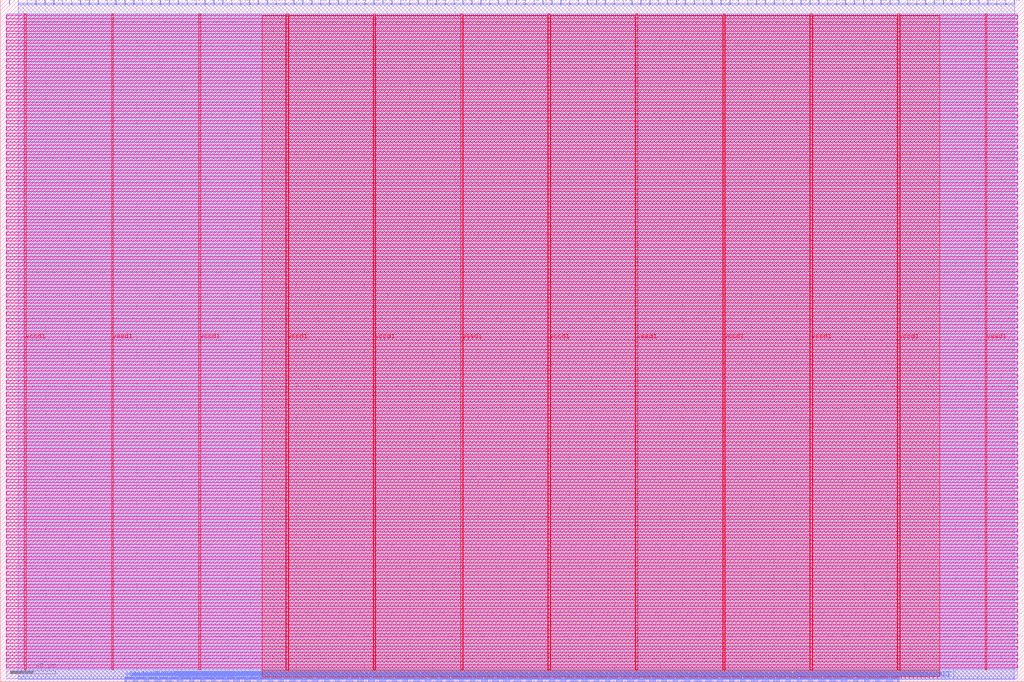
<source format=lef>
VERSION 5.7 ;
  NOWIREEXTENSIONATPIN ON ;
  DIVIDERCHAR "/" ;
  BUSBITCHARS "[]" ;
MACRO user_proj_example
  CLASS BLOCK ;
  FOREIGN user_proj_example ;
  ORIGIN 0.000 0.000 ;
  SIZE 900.000 BY 600.000 ;
  PIN io_in[0]
    DIRECTION INPUT ;
    USE SIGNAL ;
    PORT
      LAYER met2 ;
        RECT 7.910 596.000 8.190 600.000 ;
    END
  END io_in[0]
  PIN io_in[10]
    DIRECTION INPUT ;
    USE SIGNAL ;
    PORT
      LAYER met2 ;
        RECT 242.510 596.000 242.790 600.000 ;
    END
  END io_in[10]
  PIN io_in[11]
    DIRECTION INPUT ;
    USE SIGNAL ;
    PORT
      LAYER met2 ;
        RECT 265.970 596.000 266.250 600.000 ;
    END
  END io_in[11]
  PIN io_in[12]
    DIRECTION INPUT ;
    USE SIGNAL ;
    PORT
      LAYER met2 ;
        RECT 289.430 596.000 289.710 600.000 ;
    END
  END io_in[12]
  PIN io_in[13]
    DIRECTION INPUT ;
    USE SIGNAL ;
    PORT
      LAYER met2 ;
        RECT 312.890 596.000 313.170 600.000 ;
    END
  END io_in[13]
  PIN io_in[14]
    DIRECTION INPUT ;
    USE SIGNAL ;
    PORT
      LAYER met2 ;
        RECT 336.350 596.000 336.630 600.000 ;
    END
  END io_in[14]
  PIN io_in[15]
    DIRECTION INPUT ;
    USE SIGNAL ;
    PORT
      LAYER met2 ;
        RECT 359.810 596.000 360.090 600.000 ;
    END
  END io_in[15]
  PIN io_in[16]
    DIRECTION INPUT ;
    USE SIGNAL ;
    PORT
      LAYER met2 ;
        RECT 383.270 596.000 383.550 600.000 ;
    END
  END io_in[16]
  PIN io_in[17]
    DIRECTION INPUT ;
    USE SIGNAL ;
    PORT
      LAYER met2 ;
        RECT 406.730 596.000 407.010 600.000 ;
    END
  END io_in[17]
  PIN io_in[18]
    DIRECTION INPUT ;
    USE SIGNAL ;
    PORT
      LAYER met2 ;
        RECT 430.190 596.000 430.470 600.000 ;
    END
  END io_in[18]
  PIN io_in[19]
    DIRECTION INPUT ;
    USE SIGNAL ;
    PORT
      LAYER met2 ;
        RECT 453.650 596.000 453.930 600.000 ;
    END
  END io_in[19]
  PIN io_in[1]
    DIRECTION INPUT ;
    USE SIGNAL ;
    PORT
      LAYER met2 ;
        RECT 31.370 596.000 31.650 600.000 ;
    END
  END io_in[1]
  PIN io_in[20]
    DIRECTION INPUT ;
    USE SIGNAL ;
    PORT
      LAYER met2 ;
        RECT 477.110 596.000 477.390 600.000 ;
    END
  END io_in[20]
  PIN io_in[21]
    DIRECTION INPUT ;
    USE SIGNAL ;
    PORT
      LAYER met2 ;
        RECT 500.570 596.000 500.850 600.000 ;
    END
  END io_in[21]
  PIN io_in[22]
    DIRECTION INPUT ;
    USE SIGNAL ;
    PORT
      LAYER met2 ;
        RECT 524.030 596.000 524.310 600.000 ;
    END
  END io_in[22]
  PIN io_in[23]
    DIRECTION INPUT ;
    USE SIGNAL ;
    PORT
      LAYER met2 ;
        RECT 547.490 596.000 547.770 600.000 ;
    END
  END io_in[23]
  PIN io_in[24]
    DIRECTION INPUT ;
    USE SIGNAL ;
    PORT
      LAYER met2 ;
        RECT 570.950 596.000 571.230 600.000 ;
    END
  END io_in[24]
  PIN io_in[25]
    DIRECTION INPUT ;
    USE SIGNAL ;
    PORT
      LAYER met2 ;
        RECT 594.410 596.000 594.690 600.000 ;
    END
  END io_in[25]
  PIN io_in[26]
    DIRECTION INPUT ;
    USE SIGNAL ;
    PORT
      LAYER met2 ;
        RECT 617.870 596.000 618.150 600.000 ;
    END
  END io_in[26]
  PIN io_in[27]
    DIRECTION INPUT ;
    USE SIGNAL ;
    PORT
      LAYER met2 ;
        RECT 641.330 596.000 641.610 600.000 ;
    END
  END io_in[27]
  PIN io_in[28]
    DIRECTION INPUT ;
    USE SIGNAL ;
    PORT
      LAYER met2 ;
        RECT 664.790 596.000 665.070 600.000 ;
    END
  END io_in[28]
  PIN io_in[29]
    DIRECTION INPUT ;
    USE SIGNAL ;
    PORT
      LAYER met2 ;
        RECT 688.250 596.000 688.530 600.000 ;
    END
  END io_in[29]
  PIN io_in[2]
    DIRECTION INPUT ;
    USE SIGNAL ;
    PORT
      LAYER met2 ;
        RECT 54.830 596.000 55.110 600.000 ;
    END
  END io_in[2]
  PIN io_in[30]
    DIRECTION INPUT ;
    USE SIGNAL ;
    PORT
      LAYER met2 ;
        RECT 711.710 596.000 711.990 600.000 ;
    END
  END io_in[30]
  PIN io_in[31]
    DIRECTION INPUT ;
    USE SIGNAL ;
    PORT
      LAYER met2 ;
        RECT 735.170 596.000 735.450 600.000 ;
    END
  END io_in[31]
  PIN io_in[32]
    DIRECTION INPUT ;
    USE SIGNAL ;
    PORT
      LAYER met2 ;
        RECT 758.630 596.000 758.910 600.000 ;
    END
  END io_in[32]
  PIN io_in[33]
    DIRECTION INPUT ;
    USE SIGNAL ;
    PORT
      LAYER met2 ;
        RECT 782.090 596.000 782.370 600.000 ;
    END
  END io_in[33]
  PIN io_in[34]
    DIRECTION INPUT ;
    USE SIGNAL ;
    PORT
      LAYER met2 ;
        RECT 805.550 596.000 805.830 600.000 ;
    END
  END io_in[34]
  PIN io_in[35]
    DIRECTION INPUT ;
    USE SIGNAL ;
    PORT
      LAYER met2 ;
        RECT 829.010 596.000 829.290 600.000 ;
    END
  END io_in[35]
  PIN io_in[36]
    DIRECTION INPUT ;
    USE SIGNAL ;
    PORT
      LAYER met2 ;
        RECT 852.470 596.000 852.750 600.000 ;
    END
  END io_in[36]
  PIN io_in[37]
    DIRECTION INPUT ;
    USE SIGNAL ;
    PORT
      LAYER met2 ;
        RECT 875.930 596.000 876.210 600.000 ;
    END
  END io_in[37]
  PIN io_in[3]
    DIRECTION INPUT ;
    USE SIGNAL ;
    PORT
      LAYER met2 ;
        RECT 78.290 596.000 78.570 600.000 ;
    END
  END io_in[3]
  PIN io_in[4]
    DIRECTION INPUT ;
    USE SIGNAL ;
    PORT
      LAYER met2 ;
        RECT 101.750 596.000 102.030 600.000 ;
    END
  END io_in[4]
  PIN io_in[5]
    DIRECTION INPUT ;
    USE SIGNAL ;
    PORT
      LAYER met2 ;
        RECT 125.210 596.000 125.490 600.000 ;
    END
  END io_in[5]
  PIN io_in[6]
    DIRECTION INPUT ;
    USE SIGNAL ;
    PORT
      LAYER met2 ;
        RECT 148.670 596.000 148.950 600.000 ;
    END
  END io_in[6]
  PIN io_in[7]
    DIRECTION INPUT ;
    USE SIGNAL ;
    PORT
      LAYER met2 ;
        RECT 172.130 596.000 172.410 600.000 ;
    END
  END io_in[7]
  PIN io_in[8]
    DIRECTION INPUT ;
    USE SIGNAL ;
    PORT
      LAYER met2 ;
        RECT 195.590 596.000 195.870 600.000 ;
    END
  END io_in[8]
  PIN io_in[9]
    DIRECTION INPUT ;
    USE SIGNAL ;
    PORT
      LAYER met2 ;
        RECT 219.050 596.000 219.330 600.000 ;
    END
  END io_in[9]
  PIN io_oeb[0]
    DIRECTION OUTPUT TRISTATE ;
    USE SIGNAL ;
    PORT
      LAYER met2 ;
        RECT 15.730 596.000 16.010 600.000 ;
    END
  END io_oeb[0]
  PIN io_oeb[10]
    DIRECTION OUTPUT TRISTATE ;
    USE SIGNAL ;
    PORT
      LAYER met2 ;
        RECT 250.330 596.000 250.610 600.000 ;
    END
  END io_oeb[10]
  PIN io_oeb[11]
    DIRECTION OUTPUT TRISTATE ;
    USE SIGNAL ;
    PORT
      LAYER met2 ;
        RECT 273.790 596.000 274.070 600.000 ;
    END
  END io_oeb[11]
  PIN io_oeb[12]
    DIRECTION OUTPUT TRISTATE ;
    USE SIGNAL ;
    PORT
      LAYER met2 ;
        RECT 297.250 596.000 297.530 600.000 ;
    END
  END io_oeb[12]
  PIN io_oeb[13]
    DIRECTION OUTPUT TRISTATE ;
    USE SIGNAL ;
    PORT
      LAYER met2 ;
        RECT 320.710 596.000 320.990 600.000 ;
    END
  END io_oeb[13]
  PIN io_oeb[14]
    DIRECTION OUTPUT TRISTATE ;
    USE SIGNAL ;
    PORT
      LAYER met2 ;
        RECT 344.170 596.000 344.450 600.000 ;
    END
  END io_oeb[14]
  PIN io_oeb[15]
    DIRECTION OUTPUT TRISTATE ;
    USE SIGNAL ;
    PORT
      LAYER met2 ;
        RECT 367.630 596.000 367.910 600.000 ;
    END
  END io_oeb[15]
  PIN io_oeb[16]
    DIRECTION OUTPUT TRISTATE ;
    USE SIGNAL ;
    PORT
      LAYER met2 ;
        RECT 391.090 596.000 391.370 600.000 ;
    END
  END io_oeb[16]
  PIN io_oeb[17]
    DIRECTION OUTPUT TRISTATE ;
    USE SIGNAL ;
    PORT
      LAYER met2 ;
        RECT 414.550 596.000 414.830 600.000 ;
    END
  END io_oeb[17]
  PIN io_oeb[18]
    DIRECTION OUTPUT TRISTATE ;
    USE SIGNAL ;
    PORT
      LAYER met2 ;
        RECT 438.010 596.000 438.290 600.000 ;
    END
  END io_oeb[18]
  PIN io_oeb[19]
    DIRECTION OUTPUT TRISTATE ;
    USE SIGNAL ;
    PORT
      LAYER met2 ;
        RECT 461.470 596.000 461.750 600.000 ;
    END
  END io_oeb[19]
  PIN io_oeb[1]
    DIRECTION OUTPUT TRISTATE ;
    USE SIGNAL ;
    PORT
      LAYER met2 ;
        RECT 39.190 596.000 39.470 600.000 ;
    END
  END io_oeb[1]
  PIN io_oeb[20]
    DIRECTION OUTPUT TRISTATE ;
    USE SIGNAL ;
    PORT
      LAYER met2 ;
        RECT 484.930 596.000 485.210 600.000 ;
    END
  END io_oeb[20]
  PIN io_oeb[21]
    DIRECTION OUTPUT TRISTATE ;
    USE SIGNAL ;
    PORT
      LAYER met2 ;
        RECT 508.390 596.000 508.670 600.000 ;
    END
  END io_oeb[21]
  PIN io_oeb[22]
    DIRECTION OUTPUT TRISTATE ;
    USE SIGNAL ;
    PORT
      LAYER met2 ;
        RECT 531.850 596.000 532.130 600.000 ;
    END
  END io_oeb[22]
  PIN io_oeb[23]
    DIRECTION OUTPUT TRISTATE ;
    USE SIGNAL ;
    PORT
      LAYER met2 ;
        RECT 555.310 596.000 555.590 600.000 ;
    END
  END io_oeb[23]
  PIN io_oeb[24]
    DIRECTION OUTPUT TRISTATE ;
    USE SIGNAL ;
    PORT
      LAYER met2 ;
        RECT 578.770 596.000 579.050 600.000 ;
    END
  END io_oeb[24]
  PIN io_oeb[25]
    DIRECTION OUTPUT TRISTATE ;
    USE SIGNAL ;
    PORT
      LAYER met2 ;
        RECT 602.230 596.000 602.510 600.000 ;
    END
  END io_oeb[25]
  PIN io_oeb[26]
    DIRECTION OUTPUT TRISTATE ;
    USE SIGNAL ;
    PORT
      LAYER met2 ;
        RECT 625.690 596.000 625.970 600.000 ;
    END
  END io_oeb[26]
  PIN io_oeb[27]
    DIRECTION OUTPUT TRISTATE ;
    USE SIGNAL ;
    PORT
      LAYER met2 ;
        RECT 649.150 596.000 649.430 600.000 ;
    END
  END io_oeb[27]
  PIN io_oeb[28]
    DIRECTION OUTPUT TRISTATE ;
    USE SIGNAL ;
    PORT
      LAYER met2 ;
        RECT 672.610 596.000 672.890 600.000 ;
    END
  END io_oeb[28]
  PIN io_oeb[29]
    DIRECTION OUTPUT TRISTATE ;
    USE SIGNAL ;
    PORT
      LAYER met2 ;
        RECT 696.070 596.000 696.350 600.000 ;
    END
  END io_oeb[29]
  PIN io_oeb[2]
    DIRECTION OUTPUT TRISTATE ;
    USE SIGNAL ;
    PORT
      LAYER met2 ;
        RECT 62.650 596.000 62.930 600.000 ;
    END
  END io_oeb[2]
  PIN io_oeb[30]
    DIRECTION OUTPUT TRISTATE ;
    USE SIGNAL ;
    PORT
      LAYER met2 ;
        RECT 719.530 596.000 719.810 600.000 ;
    END
  END io_oeb[30]
  PIN io_oeb[31]
    DIRECTION OUTPUT TRISTATE ;
    USE SIGNAL ;
    PORT
      LAYER met2 ;
        RECT 742.990 596.000 743.270 600.000 ;
    END
  END io_oeb[31]
  PIN io_oeb[32]
    DIRECTION OUTPUT TRISTATE ;
    USE SIGNAL ;
    PORT
      LAYER met2 ;
        RECT 766.450 596.000 766.730 600.000 ;
    END
  END io_oeb[32]
  PIN io_oeb[33]
    DIRECTION OUTPUT TRISTATE ;
    USE SIGNAL ;
    PORT
      LAYER met2 ;
        RECT 789.910 596.000 790.190 600.000 ;
    END
  END io_oeb[33]
  PIN io_oeb[34]
    DIRECTION OUTPUT TRISTATE ;
    USE SIGNAL ;
    PORT
      LAYER met2 ;
        RECT 813.370 596.000 813.650 600.000 ;
    END
  END io_oeb[34]
  PIN io_oeb[35]
    DIRECTION OUTPUT TRISTATE ;
    USE SIGNAL ;
    PORT
      LAYER met2 ;
        RECT 836.830 596.000 837.110 600.000 ;
    END
  END io_oeb[35]
  PIN io_oeb[36]
    DIRECTION OUTPUT TRISTATE ;
    USE SIGNAL ;
    PORT
      LAYER met2 ;
        RECT 860.290 596.000 860.570 600.000 ;
    END
  END io_oeb[36]
  PIN io_oeb[37]
    DIRECTION OUTPUT TRISTATE ;
    USE SIGNAL ;
    PORT
      LAYER met2 ;
        RECT 883.750 596.000 884.030 600.000 ;
    END
  END io_oeb[37]
  PIN io_oeb[3]
    DIRECTION OUTPUT TRISTATE ;
    USE SIGNAL ;
    PORT
      LAYER met2 ;
        RECT 86.110 596.000 86.390 600.000 ;
    END
  END io_oeb[3]
  PIN io_oeb[4]
    DIRECTION OUTPUT TRISTATE ;
    USE SIGNAL ;
    PORT
      LAYER met2 ;
        RECT 109.570 596.000 109.850 600.000 ;
    END
  END io_oeb[4]
  PIN io_oeb[5]
    DIRECTION OUTPUT TRISTATE ;
    USE SIGNAL ;
    PORT
      LAYER met2 ;
        RECT 133.030 596.000 133.310 600.000 ;
    END
  END io_oeb[5]
  PIN io_oeb[6]
    DIRECTION OUTPUT TRISTATE ;
    USE SIGNAL ;
    PORT
      LAYER met2 ;
        RECT 156.490 596.000 156.770 600.000 ;
    END
  END io_oeb[6]
  PIN io_oeb[7]
    DIRECTION OUTPUT TRISTATE ;
    USE SIGNAL ;
    PORT
      LAYER met2 ;
        RECT 179.950 596.000 180.230 600.000 ;
    END
  END io_oeb[7]
  PIN io_oeb[8]
    DIRECTION OUTPUT TRISTATE ;
    USE SIGNAL ;
    PORT
      LAYER met2 ;
        RECT 203.410 596.000 203.690 600.000 ;
    END
  END io_oeb[8]
  PIN io_oeb[9]
    DIRECTION OUTPUT TRISTATE ;
    USE SIGNAL ;
    PORT
      LAYER met2 ;
        RECT 226.870 596.000 227.150 600.000 ;
    END
  END io_oeb[9]
  PIN io_out[0]
    DIRECTION OUTPUT TRISTATE ;
    USE SIGNAL ;
    PORT
      LAYER met2 ;
        RECT 23.550 596.000 23.830 600.000 ;
    END
  END io_out[0]
  PIN io_out[10]
    DIRECTION OUTPUT TRISTATE ;
    USE SIGNAL ;
    PORT
      LAYER met2 ;
        RECT 258.150 596.000 258.430 600.000 ;
    END
  END io_out[10]
  PIN io_out[11]
    DIRECTION OUTPUT TRISTATE ;
    USE SIGNAL ;
    PORT
      LAYER met2 ;
        RECT 281.610 596.000 281.890 600.000 ;
    END
  END io_out[11]
  PIN io_out[12]
    DIRECTION OUTPUT TRISTATE ;
    USE SIGNAL ;
    PORT
      LAYER met2 ;
        RECT 305.070 596.000 305.350 600.000 ;
    END
  END io_out[12]
  PIN io_out[13]
    DIRECTION OUTPUT TRISTATE ;
    USE SIGNAL ;
    PORT
      LAYER met2 ;
        RECT 328.530 596.000 328.810 600.000 ;
    END
  END io_out[13]
  PIN io_out[14]
    DIRECTION OUTPUT TRISTATE ;
    USE SIGNAL ;
    PORT
      LAYER met2 ;
        RECT 351.990 596.000 352.270 600.000 ;
    END
  END io_out[14]
  PIN io_out[15]
    DIRECTION OUTPUT TRISTATE ;
    USE SIGNAL ;
    PORT
      LAYER met2 ;
        RECT 375.450 596.000 375.730 600.000 ;
    END
  END io_out[15]
  PIN io_out[16]
    DIRECTION OUTPUT TRISTATE ;
    USE SIGNAL ;
    PORT
      LAYER met2 ;
        RECT 398.910 596.000 399.190 600.000 ;
    END
  END io_out[16]
  PIN io_out[17]
    DIRECTION OUTPUT TRISTATE ;
    USE SIGNAL ;
    PORT
      LAYER met2 ;
        RECT 422.370 596.000 422.650 600.000 ;
    END
  END io_out[17]
  PIN io_out[18]
    DIRECTION OUTPUT TRISTATE ;
    USE SIGNAL ;
    PORT
      LAYER met2 ;
        RECT 445.830 596.000 446.110 600.000 ;
    END
  END io_out[18]
  PIN io_out[19]
    DIRECTION OUTPUT TRISTATE ;
    USE SIGNAL ;
    PORT
      LAYER met2 ;
        RECT 469.290 596.000 469.570 600.000 ;
    END
  END io_out[19]
  PIN io_out[1]
    DIRECTION OUTPUT TRISTATE ;
    USE SIGNAL ;
    PORT
      LAYER met2 ;
        RECT 47.010 596.000 47.290 600.000 ;
    END
  END io_out[1]
  PIN io_out[20]
    DIRECTION OUTPUT TRISTATE ;
    USE SIGNAL ;
    PORT
      LAYER met2 ;
        RECT 492.750 596.000 493.030 600.000 ;
    END
  END io_out[20]
  PIN io_out[21]
    DIRECTION OUTPUT TRISTATE ;
    USE SIGNAL ;
    PORT
      LAYER met2 ;
        RECT 516.210 596.000 516.490 600.000 ;
    END
  END io_out[21]
  PIN io_out[22]
    DIRECTION OUTPUT TRISTATE ;
    USE SIGNAL ;
    PORT
      LAYER met2 ;
        RECT 539.670 596.000 539.950 600.000 ;
    END
  END io_out[22]
  PIN io_out[23]
    DIRECTION OUTPUT TRISTATE ;
    USE SIGNAL ;
    PORT
      LAYER met2 ;
        RECT 563.130 596.000 563.410 600.000 ;
    END
  END io_out[23]
  PIN io_out[24]
    DIRECTION OUTPUT TRISTATE ;
    USE SIGNAL ;
    PORT
      LAYER met2 ;
        RECT 586.590 596.000 586.870 600.000 ;
    END
  END io_out[24]
  PIN io_out[25]
    DIRECTION OUTPUT TRISTATE ;
    USE SIGNAL ;
    PORT
      LAYER met2 ;
        RECT 610.050 596.000 610.330 600.000 ;
    END
  END io_out[25]
  PIN io_out[26]
    DIRECTION OUTPUT TRISTATE ;
    USE SIGNAL ;
    PORT
      LAYER met2 ;
        RECT 633.510 596.000 633.790 600.000 ;
    END
  END io_out[26]
  PIN io_out[27]
    DIRECTION OUTPUT TRISTATE ;
    USE SIGNAL ;
    PORT
      LAYER met2 ;
        RECT 656.970 596.000 657.250 600.000 ;
    END
  END io_out[27]
  PIN io_out[28]
    DIRECTION OUTPUT TRISTATE ;
    USE SIGNAL ;
    PORT
      LAYER met2 ;
        RECT 680.430 596.000 680.710 600.000 ;
    END
  END io_out[28]
  PIN io_out[29]
    DIRECTION OUTPUT TRISTATE ;
    USE SIGNAL ;
    PORT
      LAYER met2 ;
        RECT 703.890 596.000 704.170 600.000 ;
    END
  END io_out[29]
  PIN io_out[2]
    DIRECTION OUTPUT TRISTATE ;
    USE SIGNAL ;
    PORT
      LAYER met2 ;
        RECT 70.470 596.000 70.750 600.000 ;
    END
  END io_out[2]
  PIN io_out[30]
    DIRECTION OUTPUT TRISTATE ;
    USE SIGNAL ;
    PORT
      LAYER met2 ;
        RECT 727.350 596.000 727.630 600.000 ;
    END
  END io_out[30]
  PIN io_out[31]
    DIRECTION OUTPUT TRISTATE ;
    USE SIGNAL ;
    PORT
      LAYER met2 ;
        RECT 750.810 596.000 751.090 600.000 ;
    END
  END io_out[31]
  PIN io_out[32]
    DIRECTION OUTPUT TRISTATE ;
    USE SIGNAL ;
    PORT
      LAYER met2 ;
        RECT 774.270 596.000 774.550 600.000 ;
    END
  END io_out[32]
  PIN io_out[33]
    DIRECTION OUTPUT TRISTATE ;
    USE SIGNAL ;
    PORT
      LAYER met2 ;
        RECT 797.730 596.000 798.010 600.000 ;
    END
  END io_out[33]
  PIN io_out[34]
    DIRECTION OUTPUT TRISTATE ;
    USE SIGNAL ;
    PORT
      LAYER met2 ;
        RECT 821.190 596.000 821.470 600.000 ;
    END
  END io_out[34]
  PIN io_out[35]
    DIRECTION OUTPUT TRISTATE ;
    USE SIGNAL ;
    PORT
      LAYER met2 ;
        RECT 844.650 596.000 844.930 600.000 ;
    END
  END io_out[35]
  PIN io_out[36]
    DIRECTION OUTPUT TRISTATE ;
    USE SIGNAL ;
    PORT
      LAYER met2 ;
        RECT 868.110 596.000 868.390 600.000 ;
    END
  END io_out[36]
  PIN io_out[37]
    DIRECTION OUTPUT TRISTATE ;
    USE SIGNAL ;
    PORT
      LAYER met2 ;
        RECT 891.570 596.000 891.850 600.000 ;
    END
  END io_out[37]
  PIN io_out[3]
    DIRECTION OUTPUT TRISTATE ;
    USE SIGNAL ;
    PORT
      LAYER met2 ;
        RECT 93.930 596.000 94.210 600.000 ;
    END
  END io_out[3]
  PIN io_out[4]
    DIRECTION OUTPUT TRISTATE ;
    USE SIGNAL ;
    PORT
      LAYER met2 ;
        RECT 117.390 596.000 117.670 600.000 ;
    END
  END io_out[4]
  PIN io_out[5]
    DIRECTION OUTPUT TRISTATE ;
    USE SIGNAL ;
    PORT
      LAYER met2 ;
        RECT 140.850 596.000 141.130 600.000 ;
    END
  END io_out[5]
  PIN io_out[6]
    DIRECTION OUTPUT TRISTATE ;
    USE SIGNAL ;
    PORT
      LAYER met2 ;
        RECT 164.310 596.000 164.590 600.000 ;
    END
  END io_out[6]
  PIN io_out[7]
    DIRECTION OUTPUT TRISTATE ;
    USE SIGNAL ;
    PORT
      LAYER met2 ;
        RECT 187.770 596.000 188.050 600.000 ;
    END
  END io_out[7]
  PIN io_out[8]
    DIRECTION OUTPUT TRISTATE ;
    USE SIGNAL ;
    PORT
      LAYER met2 ;
        RECT 211.230 596.000 211.510 600.000 ;
    END
  END io_out[8]
  PIN io_out[9]
    DIRECTION OUTPUT TRISTATE ;
    USE SIGNAL ;
    PORT
      LAYER met2 ;
        RECT 234.690 596.000 234.970 600.000 ;
    END
  END io_out[9]
  PIN irq[0]
    DIRECTION OUTPUT TRISTATE ;
    USE SIGNAL ;
    PORT
      LAYER met2 ;
        RECT 787.150 0.000 787.430 4.000 ;
    END
  END irq[0]
  PIN irq[1]
    DIRECTION OUTPUT TRISTATE ;
    USE SIGNAL ;
    PORT
      LAYER met2 ;
        RECT 788.530 0.000 788.810 4.000 ;
    END
  END irq[1]
  PIN irq[2]
    DIRECTION OUTPUT TRISTATE ;
    USE SIGNAL ;
    PORT
      LAYER met2 ;
        RECT 789.910 0.000 790.190 4.000 ;
    END
  END irq[2]
  PIN la_data_in[0]
    DIRECTION INPUT ;
    USE SIGNAL ;
    PORT
      LAYER met2 ;
        RECT 255.850 0.000 256.130 4.000 ;
    END
  END la_data_in[0]
  PIN la_data_in[100]
    DIRECTION INPUT ;
    USE SIGNAL ;
    PORT
      LAYER met2 ;
        RECT 669.850 0.000 670.130 4.000 ;
    END
  END la_data_in[100]
  PIN la_data_in[101]
    DIRECTION INPUT ;
    USE SIGNAL ;
    PORT
      LAYER met2 ;
        RECT 673.990 0.000 674.270 4.000 ;
    END
  END la_data_in[101]
  PIN la_data_in[102]
    DIRECTION INPUT ;
    USE SIGNAL ;
    PORT
      LAYER met2 ;
        RECT 678.130 0.000 678.410 4.000 ;
    END
  END la_data_in[102]
  PIN la_data_in[103]
    DIRECTION INPUT ;
    USE SIGNAL ;
    PORT
      LAYER met2 ;
        RECT 682.270 0.000 682.550 4.000 ;
    END
  END la_data_in[103]
  PIN la_data_in[104]
    DIRECTION INPUT ;
    USE SIGNAL ;
    PORT
      LAYER met2 ;
        RECT 686.410 0.000 686.690 4.000 ;
    END
  END la_data_in[104]
  PIN la_data_in[105]
    DIRECTION INPUT ;
    USE SIGNAL ;
    PORT
      LAYER met2 ;
        RECT 690.550 0.000 690.830 4.000 ;
    END
  END la_data_in[105]
  PIN la_data_in[106]
    DIRECTION INPUT ;
    USE SIGNAL ;
    PORT
      LAYER met2 ;
        RECT 694.690 0.000 694.970 4.000 ;
    END
  END la_data_in[106]
  PIN la_data_in[107]
    DIRECTION INPUT ;
    USE SIGNAL ;
    PORT
      LAYER met2 ;
        RECT 698.830 0.000 699.110 4.000 ;
    END
  END la_data_in[107]
  PIN la_data_in[108]
    DIRECTION INPUT ;
    USE SIGNAL ;
    PORT
      LAYER met2 ;
        RECT 702.970 0.000 703.250 4.000 ;
    END
  END la_data_in[108]
  PIN la_data_in[109]
    DIRECTION INPUT ;
    USE SIGNAL ;
    PORT
      LAYER met2 ;
        RECT 707.110 0.000 707.390 4.000 ;
    END
  END la_data_in[109]
  PIN la_data_in[10]
    DIRECTION INPUT ;
    USE SIGNAL ;
    PORT
      LAYER met2 ;
        RECT 297.250 0.000 297.530 4.000 ;
    END
  END la_data_in[10]
  PIN la_data_in[110]
    DIRECTION INPUT ;
    USE SIGNAL ;
    PORT
      LAYER met2 ;
        RECT 711.250 0.000 711.530 4.000 ;
    END
  END la_data_in[110]
  PIN la_data_in[111]
    DIRECTION INPUT ;
    USE SIGNAL ;
    PORT
      LAYER met2 ;
        RECT 715.390 0.000 715.670 4.000 ;
    END
  END la_data_in[111]
  PIN la_data_in[112]
    DIRECTION INPUT ;
    USE SIGNAL ;
    PORT
      LAYER met2 ;
        RECT 719.530 0.000 719.810 4.000 ;
    END
  END la_data_in[112]
  PIN la_data_in[113]
    DIRECTION INPUT ;
    USE SIGNAL ;
    PORT
      LAYER met2 ;
        RECT 723.670 0.000 723.950 4.000 ;
    END
  END la_data_in[113]
  PIN la_data_in[114]
    DIRECTION INPUT ;
    USE SIGNAL ;
    PORT
      LAYER met2 ;
        RECT 727.810 0.000 728.090 4.000 ;
    END
  END la_data_in[114]
  PIN la_data_in[115]
    DIRECTION INPUT ;
    USE SIGNAL ;
    PORT
      LAYER met2 ;
        RECT 731.950 0.000 732.230 4.000 ;
    END
  END la_data_in[115]
  PIN la_data_in[116]
    DIRECTION INPUT ;
    USE SIGNAL ;
    PORT
      LAYER met2 ;
        RECT 736.090 0.000 736.370 4.000 ;
    END
  END la_data_in[116]
  PIN la_data_in[117]
    DIRECTION INPUT ;
    USE SIGNAL ;
    PORT
      LAYER met2 ;
        RECT 740.230 0.000 740.510 4.000 ;
    END
  END la_data_in[117]
  PIN la_data_in[118]
    DIRECTION INPUT ;
    USE SIGNAL ;
    PORT
      LAYER met2 ;
        RECT 744.370 0.000 744.650 4.000 ;
    END
  END la_data_in[118]
  PIN la_data_in[119]
    DIRECTION INPUT ;
    USE SIGNAL ;
    PORT
      LAYER met2 ;
        RECT 748.510 0.000 748.790 4.000 ;
    END
  END la_data_in[119]
  PIN la_data_in[11]
    DIRECTION INPUT ;
    USE SIGNAL ;
    PORT
      LAYER met2 ;
        RECT 301.390 0.000 301.670 4.000 ;
    END
  END la_data_in[11]
  PIN la_data_in[120]
    DIRECTION INPUT ;
    USE SIGNAL ;
    PORT
      LAYER met2 ;
        RECT 752.650 0.000 752.930 4.000 ;
    END
  END la_data_in[120]
  PIN la_data_in[121]
    DIRECTION INPUT ;
    USE SIGNAL ;
    PORT
      LAYER met2 ;
        RECT 756.790 0.000 757.070 4.000 ;
    END
  END la_data_in[121]
  PIN la_data_in[122]
    DIRECTION INPUT ;
    USE SIGNAL ;
    PORT
      LAYER met2 ;
        RECT 760.930 0.000 761.210 4.000 ;
    END
  END la_data_in[122]
  PIN la_data_in[123]
    DIRECTION INPUT ;
    USE SIGNAL ;
    PORT
      LAYER met2 ;
        RECT 765.070 0.000 765.350 4.000 ;
    END
  END la_data_in[123]
  PIN la_data_in[124]
    DIRECTION INPUT ;
    USE SIGNAL ;
    PORT
      LAYER met2 ;
        RECT 769.210 0.000 769.490 4.000 ;
    END
  END la_data_in[124]
  PIN la_data_in[125]
    DIRECTION INPUT ;
    USE SIGNAL ;
    PORT
      LAYER met2 ;
        RECT 773.350 0.000 773.630 4.000 ;
    END
  END la_data_in[125]
  PIN la_data_in[126]
    DIRECTION INPUT ;
    USE SIGNAL ;
    PORT
      LAYER met2 ;
        RECT 777.490 0.000 777.770 4.000 ;
    END
  END la_data_in[126]
  PIN la_data_in[127]
    DIRECTION INPUT ;
    USE SIGNAL ;
    PORT
      LAYER met2 ;
        RECT 781.630 0.000 781.910 4.000 ;
    END
  END la_data_in[127]
  PIN la_data_in[12]
    DIRECTION INPUT ;
    USE SIGNAL ;
    PORT
      LAYER met2 ;
        RECT 305.530 0.000 305.810 4.000 ;
    END
  END la_data_in[12]
  PIN la_data_in[13]
    DIRECTION INPUT ;
    USE SIGNAL ;
    PORT
      LAYER met2 ;
        RECT 309.670 0.000 309.950 4.000 ;
    END
  END la_data_in[13]
  PIN la_data_in[14]
    DIRECTION INPUT ;
    USE SIGNAL ;
    PORT
      LAYER met2 ;
        RECT 313.810 0.000 314.090 4.000 ;
    END
  END la_data_in[14]
  PIN la_data_in[15]
    DIRECTION INPUT ;
    USE SIGNAL ;
    PORT
      LAYER met2 ;
        RECT 317.950 0.000 318.230 4.000 ;
    END
  END la_data_in[15]
  PIN la_data_in[16]
    DIRECTION INPUT ;
    USE SIGNAL ;
    PORT
      LAYER met2 ;
        RECT 322.090 0.000 322.370 4.000 ;
    END
  END la_data_in[16]
  PIN la_data_in[17]
    DIRECTION INPUT ;
    USE SIGNAL ;
    PORT
      LAYER met2 ;
        RECT 326.230 0.000 326.510 4.000 ;
    END
  END la_data_in[17]
  PIN la_data_in[18]
    DIRECTION INPUT ;
    USE SIGNAL ;
    PORT
      LAYER met2 ;
        RECT 330.370 0.000 330.650 4.000 ;
    END
  END la_data_in[18]
  PIN la_data_in[19]
    DIRECTION INPUT ;
    USE SIGNAL ;
    PORT
      LAYER met2 ;
        RECT 334.510 0.000 334.790 4.000 ;
    END
  END la_data_in[19]
  PIN la_data_in[1]
    DIRECTION INPUT ;
    USE SIGNAL ;
    PORT
      LAYER met2 ;
        RECT 259.990 0.000 260.270 4.000 ;
    END
  END la_data_in[1]
  PIN la_data_in[20]
    DIRECTION INPUT ;
    USE SIGNAL ;
    PORT
      LAYER met2 ;
        RECT 338.650 0.000 338.930 4.000 ;
    END
  END la_data_in[20]
  PIN la_data_in[21]
    DIRECTION INPUT ;
    USE SIGNAL ;
    PORT
      LAYER met2 ;
        RECT 342.790 0.000 343.070 4.000 ;
    END
  END la_data_in[21]
  PIN la_data_in[22]
    DIRECTION INPUT ;
    USE SIGNAL ;
    PORT
      LAYER met2 ;
        RECT 346.930 0.000 347.210 4.000 ;
    END
  END la_data_in[22]
  PIN la_data_in[23]
    DIRECTION INPUT ;
    USE SIGNAL ;
    PORT
      LAYER met2 ;
        RECT 351.070 0.000 351.350 4.000 ;
    END
  END la_data_in[23]
  PIN la_data_in[24]
    DIRECTION INPUT ;
    USE SIGNAL ;
    PORT
      LAYER met2 ;
        RECT 355.210 0.000 355.490 4.000 ;
    END
  END la_data_in[24]
  PIN la_data_in[25]
    DIRECTION INPUT ;
    USE SIGNAL ;
    PORT
      LAYER met2 ;
        RECT 359.350 0.000 359.630 4.000 ;
    END
  END la_data_in[25]
  PIN la_data_in[26]
    DIRECTION INPUT ;
    USE SIGNAL ;
    PORT
      LAYER met2 ;
        RECT 363.490 0.000 363.770 4.000 ;
    END
  END la_data_in[26]
  PIN la_data_in[27]
    DIRECTION INPUT ;
    USE SIGNAL ;
    PORT
      LAYER met2 ;
        RECT 367.630 0.000 367.910 4.000 ;
    END
  END la_data_in[27]
  PIN la_data_in[28]
    DIRECTION INPUT ;
    USE SIGNAL ;
    PORT
      LAYER met2 ;
        RECT 371.770 0.000 372.050 4.000 ;
    END
  END la_data_in[28]
  PIN la_data_in[29]
    DIRECTION INPUT ;
    USE SIGNAL ;
    PORT
      LAYER met2 ;
        RECT 375.910 0.000 376.190 4.000 ;
    END
  END la_data_in[29]
  PIN la_data_in[2]
    DIRECTION INPUT ;
    USE SIGNAL ;
    PORT
      LAYER met2 ;
        RECT 264.130 0.000 264.410 4.000 ;
    END
  END la_data_in[2]
  PIN la_data_in[30]
    DIRECTION INPUT ;
    USE SIGNAL ;
    PORT
      LAYER met2 ;
        RECT 380.050 0.000 380.330 4.000 ;
    END
  END la_data_in[30]
  PIN la_data_in[31]
    DIRECTION INPUT ;
    USE SIGNAL ;
    PORT
      LAYER met2 ;
        RECT 384.190 0.000 384.470 4.000 ;
    END
  END la_data_in[31]
  PIN la_data_in[32]
    DIRECTION INPUT ;
    USE SIGNAL ;
    PORT
      LAYER met2 ;
        RECT 388.330 0.000 388.610 4.000 ;
    END
  END la_data_in[32]
  PIN la_data_in[33]
    DIRECTION INPUT ;
    USE SIGNAL ;
    PORT
      LAYER met2 ;
        RECT 392.470 0.000 392.750 4.000 ;
    END
  END la_data_in[33]
  PIN la_data_in[34]
    DIRECTION INPUT ;
    USE SIGNAL ;
    PORT
      LAYER met2 ;
        RECT 396.610 0.000 396.890 4.000 ;
    END
  END la_data_in[34]
  PIN la_data_in[35]
    DIRECTION INPUT ;
    USE SIGNAL ;
    PORT
      LAYER met2 ;
        RECT 400.750 0.000 401.030 4.000 ;
    END
  END la_data_in[35]
  PIN la_data_in[36]
    DIRECTION INPUT ;
    USE SIGNAL ;
    PORT
      LAYER met2 ;
        RECT 404.890 0.000 405.170 4.000 ;
    END
  END la_data_in[36]
  PIN la_data_in[37]
    DIRECTION INPUT ;
    USE SIGNAL ;
    PORT
      LAYER met2 ;
        RECT 409.030 0.000 409.310 4.000 ;
    END
  END la_data_in[37]
  PIN la_data_in[38]
    DIRECTION INPUT ;
    USE SIGNAL ;
    PORT
      LAYER met2 ;
        RECT 413.170 0.000 413.450 4.000 ;
    END
  END la_data_in[38]
  PIN la_data_in[39]
    DIRECTION INPUT ;
    USE SIGNAL ;
    PORT
      LAYER met2 ;
        RECT 417.310 0.000 417.590 4.000 ;
    END
  END la_data_in[39]
  PIN la_data_in[3]
    DIRECTION INPUT ;
    USE SIGNAL ;
    PORT
      LAYER met2 ;
        RECT 268.270 0.000 268.550 4.000 ;
    END
  END la_data_in[3]
  PIN la_data_in[40]
    DIRECTION INPUT ;
    USE SIGNAL ;
    PORT
      LAYER met2 ;
        RECT 421.450 0.000 421.730 4.000 ;
    END
  END la_data_in[40]
  PIN la_data_in[41]
    DIRECTION INPUT ;
    USE SIGNAL ;
    PORT
      LAYER met2 ;
        RECT 425.590 0.000 425.870 4.000 ;
    END
  END la_data_in[41]
  PIN la_data_in[42]
    DIRECTION INPUT ;
    USE SIGNAL ;
    PORT
      LAYER met2 ;
        RECT 429.730 0.000 430.010 4.000 ;
    END
  END la_data_in[42]
  PIN la_data_in[43]
    DIRECTION INPUT ;
    USE SIGNAL ;
    PORT
      LAYER met2 ;
        RECT 433.870 0.000 434.150 4.000 ;
    END
  END la_data_in[43]
  PIN la_data_in[44]
    DIRECTION INPUT ;
    USE SIGNAL ;
    PORT
      LAYER met2 ;
        RECT 438.010 0.000 438.290 4.000 ;
    END
  END la_data_in[44]
  PIN la_data_in[45]
    DIRECTION INPUT ;
    USE SIGNAL ;
    PORT
      LAYER met2 ;
        RECT 442.150 0.000 442.430 4.000 ;
    END
  END la_data_in[45]
  PIN la_data_in[46]
    DIRECTION INPUT ;
    USE SIGNAL ;
    PORT
      LAYER met2 ;
        RECT 446.290 0.000 446.570 4.000 ;
    END
  END la_data_in[46]
  PIN la_data_in[47]
    DIRECTION INPUT ;
    USE SIGNAL ;
    PORT
      LAYER met2 ;
        RECT 450.430 0.000 450.710 4.000 ;
    END
  END la_data_in[47]
  PIN la_data_in[48]
    DIRECTION INPUT ;
    USE SIGNAL ;
    PORT
      LAYER met2 ;
        RECT 454.570 0.000 454.850 4.000 ;
    END
  END la_data_in[48]
  PIN la_data_in[49]
    DIRECTION INPUT ;
    USE SIGNAL ;
    PORT
      LAYER met2 ;
        RECT 458.710 0.000 458.990 4.000 ;
    END
  END la_data_in[49]
  PIN la_data_in[4]
    DIRECTION INPUT ;
    USE SIGNAL ;
    PORT
      LAYER met2 ;
        RECT 272.410 0.000 272.690 4.000 ;
    END
  END la_data_in[4]
  PIN la_data_in[50]
    DIRECTION INPUT ;
    USE SIGNAL ;
    PORT
      LAYER met2 ;
        RECT 462.850 0.000 463.130 4.000 ;
    END
  END la_data_in[50]
  PIN la_data_in[51]
    DIRECTION INPUT ;
    USE SIGNAL ;
    PORT
      LAYER met2 ;
        RECT 466.990 0.000 467.270 4.000 ;
    END
  END la_data_in[51]
  PIN la_data_in[52]
    DIRECTION INPUT ;
    USE SIGNAL ;
    PORT
      LAYER met2 ;
        RECT 471.130 0.000 471.410 4.000 ;
    END
  END la_data_in[52]
  PIN la_data_in[53]
    DIRECTION INPUT ;
    USE SIGNAL ;
    PORT
      LAYER met2 ;
        RECT 475.270 0.000 475.550 4.000 ;
    END
  END la_data_in[53]
  PIN la_data_in[54]
    DIRECTION INPUT ;
    USE SIGNAL ;
    PORT
      LAYER met2 ;
        RECT 479.410 0.000 479.690 4.000 ;
    END
  END la_data_in[54]
  PIN la_data_in[55]
    DIRECTION INPUT ;
    USE SIGNAL ;
    PORT
      LAYER met2 ;
        RECT 483.550 0.000 483.830 4.000 ;
    END
  END la_data_in[55]
  PIN la_data_in[56]
    DIRECTION INPUT ;
    USE SIGNAL ;
    PORT
      LAYER met2 ;
        RECT 487.690 0.000 487.970 4.000 ;
    END
  END la_data_in[56]
  PIN la_data_in[57]
    DIRECTION INPUT ;
    USE SIGNAL ;
    PORT
      LAYER met2 ;
        RECT 491.830 0.000 492.110 4.000 ;
    END
  END la_data_in[57]
  PIN la_data_in[58]
    DIRECTION INPUT ;
    USE SIGNAL ;
    PORT
      LAYER met2 ;
        RECT 495.970 0.000 496.250 4.000 ;
    END
  END la_data_in[58]
  PIN la_data_in[59]
    DIRECTION INPUT ;
    USE SIGNAL ;
    PORT
      LAYER met2 ;
        RECT 500.110 0.000 500.390 4.000 ;
    END
  END la_data_in[59]
  PIN la_data_in[5]
    DIRECTION INPUT ;
    USE SIGNAL ;
    PORT
      LAYER met2 ;
        RECT 276.550 0.000 276.830 4.000 ;
    END
  END la_data_in[5]
  PIN la_data_in[60]
    DIRECTION INPUT ;
    USE SIGNAL ;
    PORT
      LAYER met2 ;
        RECT 504.250 0.000 504.530 4.000 ;
    END
  END la_data_in[60]
  PIN la_data_in[61]
    DIRECTION INPUT ;
    USE SIGNAL ;
    PORT
      LAYER met2 ;
        RECT 508.390 0.000 508.670 4.000 ;
    END
  END la_data_in[61]
  PIN la_data_in[62]
    DIRECTION INPUT ;
    USE SIGNAL ;
    PORT
      LAYER met2 ;
        RECT 512.530 0.000 512.810 4.000 ;
    END
  END la_data_in[62]
  PIN la_data_in[63]
    DIRECTION INPUT ;
    USE SIGNAL ;
    PORT
      LAYER met2 ;
        RECT 516.670 0.000 516.950 4.000 ;
    END
  END la_data_in[63]
  PIN la_data_in[64]
    DIRECTION INPUT ;
    USE SIGNAL ;
    PORT
      LAYER met2 ;
        RECT 520.810 0.000 521.090 4.000 ;
    END
  END la_data_in[64]
  PIN la_data_in[65]
    DIRECTION INPUT ;
    USE SIGNAL ;
    PORT
      LAYER met2 ;
        RECT 524.950 0.000 525.230 4.000 ;
    END
  END la_data_in[65]
  PIN la_data_in[66]
    DIRECTION INPUT ;
    USE SIGNAL ;
    PORT
      LAYER met2 ;
        RECT 529.090 0.000 529.370 4.000 ;
    END
  END la_data_in[66]
  PIN la_data_in[67]
    DIRECTION INPUT ;
    USE SIGNAL ;
    PORT
      LAYER met2 ;
        RECT 533.230 0.000 533.510 4.000 ;
    END
  END la_data_in[67]
  PIN la_data_in[68]
    DIRECTION INPUT ;
    USE SIGNAL ;
    PORT
      LAYER met2 ;
        RECT 537.370 0.000 537.650 4.000 ;
    END
  END la_data_in[68]
  PIN la_data_in[69]
    DIRECTION INPUT ;
    USE SIGNAL ;
    PORT
      LAYER met2 ;
        RECT 541.510 0.000 541.790 4.000 ;
    END
  END la_data_in[69]
  PIN la_data_in[6]
    DIRECTION INPUT ;
    USE SIGNAL ;
    PORT
      LAYER met2 ;
        RECT 280.690 0.000 280.970 4.000 ;
    END
  END la_data_in[6]
  PIN la_data_in[70]
    DIRECTION INPUT ;
    USE SIGNAL ;
    PORT
      LAYER met2 ;
        RECT 545.650 0.000 545.930 4.000 ;
    END
  END la_data_in[70]
  PIN la_data_in[71]
    DIRECTION INPUT ;
    USE SIGNAL ;
    PORT
      LAYER met2 ;
        RECT 549.790 0.000 550.070 4.000 ;
    END
  END la_data_in[71]
  PIN la_data_in[72]
    DIRECTION INPUT ;
    USE SIGNAL ;
    PORT
      LAYER met2 ;
        RECT 553.930 0.000 554.210 4.000 ;
    END
  END la_data_in[72]
  PIN la_data_in[73]
    DIRECTION INPUT ;
    USE SIGNAL ;
    PORT
      LAYER met2 ;
        RECT 558.070 0.000 558.350 4.000 ;
    END
  END la_data_in[73]
  PIN la_data_in[74]
    DIRECTION INPUT ;
    USE SIGNAL ;
    PORT
      LAYER met2 ;
        RECT 562.210 0.000 562.490 4.000 ;
    END
  END la_data_in[74]
  PIN la_data_in[75]
    DIRECTION INPUT ;
    USE SIGNAL ;
    PORT
      LAYER met2 ;
        RECT 566.350 0.000 566.630 4.000 ;
    END
  END la_data_in[75]
  PIN la_data_in[76]
    DIRECTION INPUT ;
    USE SIGNAL ;
    PORT
      LAYER met2 ;
        RECT 570.490 0.000 570.770 4.000 ;
    END
  END la_data_in[76]
  PIN la_data_in[77]
    DIRECTION INPUT ;
    USE SIGNAL ;
    PORT
      LAYER met2 ;
        RECT 574.630 0.000 574.910 4.000 ;
    END
  END la_data_in[77]
  PIN la_data_in[78]
    DIRECTION INPUT ;
    USE SIGNAL ;
    PORT
      LAYER met2 ;
        RECT 578.770 0.000 579.050 4.000 ;
    END
  END la_data_in[78]
  PIN la_data_in[79]
    DIRECTION INPUT ;
    USE SIGNAL ;
    PORT
      LAYER met2 ;
        RECT 582.910 0.000 583.190 4.000 ;
    END
  END la_data_in[79]
  PIN la_data_in[7]
    DIRECTION INPUT ;
    USE SIGNAL ;
    PORT
      LAYER met2 ;
        RECT 284.830 0.000 285.110 4.000 ;
    END
  END la_data_in[7]
  PIN la_data_in[80]
    DIRECTION INPUT ;
    USE SIGNAL ;
    PORT
      LAYER met2 ;
        RECT 587.050 0.000 587.330 4.000 ;
    END
  END la_data_in[80]
  PIN la_data_in[81]
    DIRECTION INPUT ;
    USE SIGNAL ;
    PORT
      LAYER met2 ;
        RECT 591.190 0.000 591.470 4.000 ;
    END
  END la_data_in[81]
  PIN la_data_in[82]
    DIRECTION INPUT ;
    USE SIGNAL ;
    PORT
      LAYER met2 ;
        RECT 595.330 0.000 595.610 4.000 ;
    END
  END la_data_in[82]
  PIN la_data_in[83]
    DIRECTION INPUT ;
    USE SIGNAL ;
    PORT
      LAYER met2 ;
        RECT 599.470 0.000 599.750 4.000 ;
    END
  END la_data_in[83]
  PIN la_data_in[84]
    DIRECTION INPUT ;
    USE SIGNAL ;
    PORT
      LAYER met2 ;
        RECT 603.610 0.000 603.890 4.000 ;
    END
  END la_data_in[84]
  PIN la_data_in[85]
    DIRECTION INPUT ;
    USE SIGNAL ;
    PORT
      LAYER met2 ;
        RECT 607.750 0.000 608.030 4.000 ;
    END
  END la_data_in[85]
  PIN la_data_in[86]
    DIRECTION INPUT ;
    USE SIGNAL ;
    PORT
      LAYER met2 ;
        RECT 611.890 0.000 612.170 4.000 ;
    END
  END la_data_in[86]
  PIN la_data_in[87]
    DIRECTION INPUT ;
    USE SIGNAL ;
    PORT
      LAYER met2 ;
        RECT 616.030 0.000 616.310 4.000 ;
    END
  END la_data_in[87]
  PIN la_data_in[88]
    DIRECTION INPUT ;
    USE SIGNAL ;
    PORT
      LAYER met2 ;
        RECT 620.170 0.000 620.450 4.000 ;
    END
  END la_data_in[88]
  PIN la_data_in[89]
    DIRECTION INPUT ;
    USE SIGNAL ;
    PORT
      LAYER met2 ;
        RECT 624.310 0.000 624.590 4.000 ;
    END
  END la_data_in[89]
  PIN la_data_in[8]
    DIRECTION INPUT ;
    USE SIGNAL ;
    PORT
      LAYER met2 ;
        RECT 288.970 0.000 289.250 4.000 ;
    END
  END la_data_in[8]
  PIN la_data_in[90]
    DIRECTION INPUT ;
    USE SIGNAL ;
    PORT
      LAYER met2 ;
        RECT 628.450 0.000 628.730 4.000 ;
    END
  END la_data_in[90]
  PIN la_data_in[91]
    DIRECTION INPUT ;
    USE SIGNAL ;
    PORT
      LAYER met2 ;
        RECT 632.590 0.000 632.870 4.000 ;
    END
  END la_data_in[91]
  PIN la_data_in[92]
    DIRECTION INPUT ;
    USE SIGNAL ;
    PORT
      LAYER met2 ;
        RECT 636.730 0.000 637.010 4.000 ;
    END
  END la_data_in[92]
  PIN la_data_in[93]
    DIRECTION INPUT ;
    USE SIGNAL ;
    PORT
      LAYER met2 ;
        RECT 640.870 0.000 641.150 4.000 ;
    END
  END la_data_in[93]
  PIN la_data_in[94]
    DIRECTION INPUT ;
    USE SIGNAL ;
    PORT
      LAYER met2 ;
        RECT 645.010 0.000 645.290 4.000 ;
    END
  END la_data_in[94]
  PIN la_data_in[95]
    DIRECTION INPUT ;
    USE SIGNAL ;
    PORT
      LAYER met2 ;
        RECT 649.150 0.000 649.430 4.000 ;
    END
  END la_data_in[95]
  PIN la_data_in[96]
    DIRECTION INPUT ;
    USE SIGNAL ;
    PORT
      LAYER met2 ;
        RECT 653.290 0.000 653.570 4.000 ;
    END
  END la_data_in[96]
  PIN la_data_in[97]
    DIRECTION INPUT ;
    USE SIGNAL ;
    PORT
      LAYER met2 ;
        RECT 657.430 0.000 657.710 4.000 ;
    END
  END la_data_in[97]
  PIN la_data_in[98]
    DIRECTION INPUT ;
    USE SIGNAL ;
    PORT
      LAYER met2 ;
        RECT 661.570 0.000 661.850 4.000 ;
    END
  END la_data_in[98]
  PIN la_data_in[99]
    DIRECTION INPUT ;
    USE SIGNAL ;
    PORT
      LAYER met2 ;
        RECT 665.710 0.000 665.990 4.000 ;
    END
  END la_data_in[99]
  PIN la_data_in[9]
    DIRECTION INPUT ;
    USE SIGNAL ;
    PORT
      LAYER met2 ;
        RECT 293.110 0.000 293.390 4.000 ;
    END
  END la_data_in[9]
  PIN la_data_out[0]
    DIRECTION OUTPUT TRISTATE ;
    USE SIGNAL ;
    PORT
      LAYER met2 ;
        RECT 257.230 0.000 257.510 4.000 ;
    END
  END la_data_out[0]
  PIN la_data_out[100]
    DIRECTION OUTPUT TRISTATE ;
    USE SIGNAL ;
    PORT
      LAYER met2 ;
        RECT 671.230 0.000 671.510 4.000 ;
    END
  END la_data_out[100]
  PIN la_data_out[101]
    DIRECTION OUTPUT TRISTATE ;
    USE SIGNAL ;
    PORT
      LAYER met2 ;
        RECT 675.370 0.000 675.650 4.000 ;
    END
  END la_data_out[101]
  PIN la_data_out[102]
    DIRECTION OUTPUT TRISTATE ;
    USE SIGNAL ;
    PORT
      LAYER met2 ;
        RECT 679.510 0.000 679.790 4.000 ;
    END
  END la_data_out[102]
  PIN la_data_out[103]
    DIRECTION OUTPUT TRISTATE ;
    USE SIGNAL ;
    PORT
      LAYER met2 ;
        RECT 683.650 0.000 683.930 4.000 ;
    END
  END la_data_out[103]
  PIN la_data_out[104]
    DIRECTION OUTPUT TRISTATE ;
    USE SIGNAL ;
    PORT
      LAYER met2 ;
        RECT 687.790 0.000 688.070 4.000 ;
    END
  END la_data_out[104]
  PIN la_data_out[105]
    DIRECTION OUTPUT TRISTATE ;
    USE SIGNAL ;
    PORT
      LAYER met2 ;
        RECT 691.930 0.000 692.210 4.000 ;
    END
  END la_data_out[105]
  PIN la_data_out[106]
    DIRECTION OUTPUT TRISTATE ;
    USE SIGNAL ;
    PORT
      LAYER met2 ;
        RECT 696.070 0.000 696.350 4.000 ;
    END
  END la_data_out[106]
  PIN la_data_out[107]
    DIRECTION OUTPUT TRISTATE ;
    USE SIGNAL ;
    PORT
      LAYER met2 ;
        RECT 700.210 0.000 700.490 4.000 ;
    END
  END la_data_out[107]
  PIN la_data_out[108]
    DIRECTION OUTPUT TRISTATE ;
    USE SIGNAL ;
    PORT
      LAYER met2 ;
        RECT 704.350 0.000 704.630 4.000 ;
    END
  END la_data_out[108]
  PIN la_data_out[109]
    DIRECTION OUTPUT TRISTATE ;
    USE SIGNAL ;
    PORT
      LAYER met2 ;
        RECT 708.490 0.000 708.770 4.000 ;
    END
  END la_data_out[109]
  PIN la_data_out[10]
    DIRECTION OUTPUT TRISTATE ;
    USE SIGNAL ;
    PORT
      LAYER met2 ;
        RECT 298.630 0.000 298.910 4.000 ;
    END
  END la_data_out[10]
  PIN la_data_out[110]
    DIRECTION OUTPUT TRISTATE ;
    USE SIGNAL ;
    PORT
      LAYER met2 ;
        RECT 712.630 0.000 712.910 4.000 ;
    END
  END la_data_out[110]
  PIN la_data_out[111]
    DIRECTION OUTPUT TRISTATE ;
    USE SIGNAL ;
    PORT
      LAYER met2 ;
        RECT 716.770 0.000 717.050 4.000 ;
    END
  END la_data_out[111]
  PIN la_data_out[112]
    DIRECTION OUTPUT TRISTATE ;
    USE SIGNAL ;
    PORT
      LAYER met2 ;
        RECT 720.910 0.000 721.190 4.000 ;
    END
  END la_data_out[112]
  PIN la_data_out[113]
    DIRECTION OUTPUT TRISTATE ;
    USE SIGNAL ;
    PORT
      LAYER met2 ;
        RECT 725.050 0.000 725.330 4.000 ;
    END
  END la_data_out[113]
  PIN la_data_out[114]
    DIRECTION OUTPUT TRISTATE ;
    USE SIGNAL ;
    PORT
      LAYER met2 ;
        RECT 729.190 0.000 729.470 4.000 ;
    END
  END la_data_out[114]
  PIN la_data_out[115]
    DIRECTION OUTPUT TRISTATE ;
    USE SIGNAL ;
    PORT
      LAYER met2 ;
        RECT 733.330 0.000 733.610 4.000 ;
    END
  END la_data_out[115]
  PIN la_data_out[116]
    DIRECTION OUTPUT TRISTATE ;
    USE SIGNAL ;
    PORT
      LAYER met2 ;
        RECT 737.470 0.000 737.750 4.000 ;
    END
  END la_data_out[116]
  PIN la_data_out[117]
    DIRECTION OUTPUT TRISTATE ;
    USE SIGNAL ;
    PORT
      LAYER met2 ;
        RECT 741.610 0.000 741.890 4.000 ;
    END
  END la_data_out[117]
  PIN la_data_out[118]
    DIRECTION OUTPUT TRISTATE ;
    USE SIGNAL ;
    PORT
      LAYER met2 ;
        RECT 745.750 0.000 746.030 4.000 ;
    END
  END la_data_out[118]
  PIN la_data_out[119]
    DIRECTION OUTPUT TRISTATE ;
    USE SIGNAL ;
    PORT
      LAYER met2 ;
        RECT 749.890 0.000 750.170 4.000 ;
    END
  END la_data_out[119]
  PIN la_data_out[11]
    DIRECTION OUTPUT TRISTATE ;
    USE SIGNAL ;
    PORT
      LAYER met2 ;
        RECT 302.770 0.000 303.050 4.000 ;
    END
  END la_data_out[11]
  PIN la_data_out[120]
    DIRECTION OUTPUT TRISTATE ;
    USE SIGNAL ;
    PORT
      LAYER met2 ;
        RECT 754.030 0.000 754.310 4.000 ;
    END
  END la_data_out[120]
  PIN la_data_out[121]
    DIRECTION OUTPUT TRISTATE ;
    USE SIGNAL ;
    PORT
      LAYER met2 ;
        RECT 758.170 0.000 758.450 4.000 ;
    END
  END la_data_out[121]
  PIN la_data_out[122]
    DIRECTION OUTPUT TRISTATE ;
    USE SIGNAL ;
    PORT
      LAYER met2 ;
        RECT 762.310 0.000 762.590 4.000 ;
    END
  END la_data_out[122]
  PIN la_data_out[123]
    DIRECTION OUTPUT TRISTATE ;
    USE SIGNAL ;
    PORT
      LAYER met2 ;
        RECT 766.450 0.000 766.730 4.000 ;
    END
  END la_data_out[123]
  PIN la_data_out[124]
    DIRECTION OUTPUT TRISTATE ;
    USE SIGNAL ;
    PORT
      LAYER met2 ;
        RECT 770.590 0.000 770.870 4.000 ;
    END
  END la_data_out[124]
  PIN la_data_out[125]
    DIRECTION OUTPUT TRISTATE ;
    USE SIGNAL ;
    PORT
      LAYER met2 ;
        RECT 774.730 0.000 775.010 4.000 ;
    END
  END la_data_out[125]
  PIN la_data_out[126]
    DIRECTION OUTPUT TRISTATE ;
    USE SIGNAL ;
    PORT
      LAYER met2 ;
        RECT 778.870 0.000 779.150 4.000 ;
    END
  END la_data_out[126]
  PIN la_data_out[127]
    DIRECTION OUTPUT TRISTATE ;
    USE SIGNAL ;
    PORT
      LAYER met2 ;
        RECT 783.010 0.000 783.290 4.000 ;
    END
  END la_data_out[127]
  PIN la_data_out[12]
    DIRECTION OUTPUT TRISTATE ;
    USE SIGNAL ;
    PORT
      LAYER met2 ;
        RECT 306.910 0.000 307.190 4.000 ;
    END
  END la_data_out[12]
  PIN la_data_out[13]
    DIRECTION OUTPUT TRISTATE ;
    USE SIGNAL ;
    PORT
      LAYER met2 ;
        RECT 311.050 0.000 311.330 4.000 ;
    END
  END la_data_out[13]
  PIN la_data_out[14]
    DIRECTION OUTPUT TRISTATE ;
    USE SIGNAL ;
    PORT
      LAYER met2 ;
        RECT 315.190 0.000 315.470 4.000 ;
    END
  END la_data_out[14]
  PIN la_data_out[15]
    DIRECTION OUTPUT TRISTATE ;
    USE SIGNAL ;
    PORT
      LAYER met2 ;
        RECT 319.330 0.000 319.610 4.000 ;
    END
  END la_data_out[15]
  PIN la_data_out[16]
    DIRECTION OUTPUT TRISTATE ;
    USE SIGNAL ;
    PORT
      LAYER met2 ;
        RECT 323.470 0.000 323.750 4.000 ;
    END
  END la_data_out[16]
  PIN la_data_out[17]
    DIRECTION OUTPUT TRISTATE ;
    USE SIGNAL ;
    PORT
      LAYER met2 ;
        RECT 327.610 0.000 327.890 4.000 ;
    END
  END la_data_out[17]
  PIN la_data_out[18]
    DIRECTION OUTPUT TRISTATE ;
    USE SIGNAL ;
    PORT
      LAYER met2 ;
        RECT 331.750 0.000 332.030 4.000 ;
    END
  END la_data_out[18]
  PIN la_data_out[19]
    DIRECTION OUTPUT TRISTATE ;
    USE SIGNAL ;
    PORT
      LAYER met2 ;
        RECT 335.890 0.000 336.170 4.000 ;
    END
  END la_data_out[19]
  PIN la_data_out[1]
    DIRECTION OUTPUT TRISTATE ;
    USE SIGNAL ;
    PORT
      LAYER met2 ;
        RECT 261.370 0.000 261.650 4.000 ;
    END
  END la_data_out[1]
  PIN la_data_out[20]
    DIRECTION OUTPUT TRISTATE ;
    USE SIGNAL ;
    PORT
      LAYER met2 ;
        RECT 340.030 0.000 340.310 4.000 ;
    END
  END la_data_out[20]
  PIN la_data_out[21]
    DIRECTION OUTPUT TRISTATE ;
    USE SIGNAL ;
    PORT
      LAYER met2 ;
        RECT 344.170 0.000 344.450 4.000 ;
    END
  END la_data_out[21]
  PIN la_data_out[22]
    DIRECTION OUTPUT TRISTATE ;
    USE SIGNAL ;
    PORT
      LAYER met2 ;
        RECT 348.310 0.000 348.590 4.000 ;
    END
  END la_data_out[22]
  PIN la_data_out[23]
    DIRECTION OUTPUT TRISTATE ;
    USE SIGNAL ;
    PORT
      LAYER met2 ;
        RECT 352.450 0.000 352.730 4.000 ;
    END
  END la_data_out[23]
  PIN la_data_out[24]
    DIRECTION OUTPUT TRISTATE ;
    USE SIGNAL ;
    PORT
      LAYER met2 ;
        RECT 356.590 0.000 356.870 4.000 ;
    END
  END la_data_out[24]
  PIN la_data_out[25]
    DIRECTION OUTPUT TRISTATE ;
    USE SIGNAL ;
    PORT
      LAYER met2 ;
        RECT 360.730 0.000 361.010 4.000 ;
    END
  END la_data_out[25]
  PIN la_data_out[26]
    DIRECTION OUTPUT TRISTATE ;
    USE SIGNAL ;
    PORT
      LAYER met2 ;
        RECT 364.870 0.000 365.150 4.000 ;
    END
  END la_data_out[26]
  PIN la_data_out[27]
    DIRECTION OUTPUT TRISTATE ;
    USE SIGNAL ;
    PORT
      LAYER met2 ;
        RECT 369.010 0.000 369.290 4.000 ;
    END
  END la_data_out[27]
  PIN la_data_out[28]
    DIRECTION OUTPUT TRISTATE ;
    USE SIGNAL ;
    PORT
      LAYER met2 ;
        RECT 373.150 0.000 373.430 4.000 ;
    END
  END la_data_out[28]
  PIN la_data_out[29]
    DIRECTION OUTPUT TRISTATE ;
    USE SIGNAL ;
    PORT
      LAYER met2 ;
        RECT 377.290 0.000 377.570 4.000 ;
    END
  END la_data_out[29]
  PIN la_data_out[2]
    DIRECTION OUTPUT TRISTATE ;
    USE SIGNAL ;
    PORT
      LAYER met2 ;
        RECT 265.510 0.000 265.790 4.000 ;
    END
  END la_data_out[2]
  PIN la_data_out[30]
    DIRECTION OUTPUT TRISTATE ;
    USE SIGNAL ;
    PORT
      LAYER met2 ;
        RECT 381.430 0.000 381.710 4.000 ;
    END
  END la_data_out[30]
  PIN la_data_out[31]
    DIRECTION OUTPUT TRISTATE ;
    USE SIGNAL ;
    PORT
      LAYER met2 ;
        RECT 385.570 0.000 385.850 4.000 ;
    END
  END la_data_out[31]
  PIN la_data_out[32]
    DIRECTION OUTPUT TRISTATE ;
    USE SIGNAL ;
    PORT
      LAYER met2 ;
        RECT 389.710 0.000 389.990 4.000 ;
    END
  END la_data_out[32]
  PIN la_data_out[33]
    DIRECTION OUTPUT TRISTATE ;
    USE SIGNAL ;
    PORT
      LAYER met2 ;
        RECT 393.850 0.000 394.130 4.000 ;
    END
  END la_data_out[33]
  PIN la_data_out[34]
    DIRECTION OUTPUT TRISTATE ;
    USE SIGNAL ;
    PORT
      LAYER met2 ;
        RECT 397.990 0.000 398.270 4.000 ;
    END
  END la_data_out[34]
  PIN la_data_out[35]
    DIRECTION OUTPUT TRISTATE ;
    USE SIGNAL ;
    PORT
      LAYER met2 ;
        RECT 402.130 0.000 402.410 4.000 ;
    END
  END la_data_out[35]
  PIN la_data_out[36]
    DIRECTION OUTPUT TRISTATE ;
    USE SIGNAL ;
    PORT
      LAYER met2 ;
        RECT 406.270 0.000 406.550 4.000 ;
    END
  END la_data_out[36]
  PIN la_data_out[37]
    DIRECTION OUTPUT TRISTATE ;
    USE SIGNAL ;
    PORT
      LAYER met2 ;
        RECT 410.410 0.000 410.690 4.000 ;
    END
  END la_data_out[37]
  PIN la_data_out[38]
    DIRECTION OUTPUT TRISTATE ;
    USE SIGNAL ;
    PORT
      LAYER met2 ;
        RECT 414.550 0.000 414.830 4.000 ;
    END
  END la_data_out[38]
  PIN la_data_out[39]
    DIRECTION OUTPUT TRISTATE ;
    USE SIGNAL ;
    PORT
      LAYER met2 ;
        RECT 418.690 0.000 418.970 4.000 ;
    END
  END la_data_out[39]
  PIN la_data_out[3]
    DIRECTION OUTPUT TRISTATE ;
    USE SIGNAL ;
    PORT
      LAYER met2 ;
        RECT 269.650 0.000 269.930 4.000 ;
    END
  END la_data_out[3]
  PIN la_data_out[40]
    DIRECTION OUTPUT TRISTATE ;
    USE SIGNAL ;
    PORT
      LAYER met2 ;
        RECT 422.830 0.000 423.110 4.000 ;
    END
  END la_data_out[40]
  PIN la_data_out[41]
    DIRECTION OUTPUT TRISTATE ;
    USE SIGNAL ;
    PORT
      LAYER met2 ;
        RECT 426.970 0.000 427.250 4.000 ;
    END
  END la_data_out[41]
  PIN la_data_out[42]
    DIRECTION OUTPUT TRISTATE ;
    USE SIGNAL ;
    PORT
      LAYER met2 ;
        RECT 431.110 0.000 431.390 4.000 ;
    END
  END la_data_out[42]
  PIN la_data_out[43]
    DIRECTION OUTPUT TRISTATE ;
    USE SIGNAL ;
    PORT
      LAYER met2 ;
        RECT 435.250 0.000 435.530 4.000 ;
    END
  END la_data_out[43]
  PIN la_data_out[44]
    DIRECTION OUTPUT TRISTATE ;
    USE SIGNAL ;
    PORT
      LAYER met2 ;
        RECT 439.390 0.000 439.670 4.000 ;
    END
  END la_data_out[44]
  PIN la_data_out[45]
    DIRECTION OUTPUT TRISTATE ;
    USE SIGNAL ;
    PORT
      LAYER met2 ;
        RECT 443.530 0.000 443.810 4.000 ;
    END
  END la_data_out[45]
  PIN la_data_out[46]
    DIRECTION OUTPUT TRISTATE ;
    USE SIGNAL ;
    PORT
      LAYER met2 ;
        RECT 447.670 0.000 447.950 4.000 ;
    END
  END la_data_out[46]
  PIN la_data_out[47]
    DIRECTION OUTPUT TRISTATE ;
    USE SIGNAL ;
    PORT
      LAYER met2 ;
        RECT 451.810 0.000 452.090 4.000 ;
    END
  END la_data_out[47]
  PIN la_data_out[48]
    DIRECTION OUTPUT TRISTATE ;
    USE SIGNAL ;
    PORT
      LAYER met2 ;
        RECT 455.950 0.000 456.230 4.000 ;
    END
  END la_data_out[48]
  PIN la_data_out[49]
    DIRECTION OUTPUT TRISTATE ;
    USE SIGNAL ;
    PORT
      LAYER met2 ;
        RECT 460.090 0.000 460.370 4.000 ;
    END
  END la_data_out[49]
  PIN la_data_out[4]
    DIRECTION OUTPUT TRISTATE ;
    USE SIGNAL ;
    PORT
      LAYER met2 ;
        RECT 273.790 0.000 274.070 4.000 ;
    END
  END la_data_out[4]
  PIN la_data_out[50]
    DIRECTION OUTPUT TRISTATE ;
    USE SIGNAL ;
    PORT
      LAYER met2 ;
        RECT 464.230 0.000 464.510 4.000 ;
    END
  END la_data_out[50]
  PIN la_data_out[51]
    DIRECTION OUTPUT TRISTATE ;
    USE SIGNAL ;
    PORT
      LAYER met2 ;
        RECT 468.370 0.000 468.650 4.000 ;
    END
  END la_data_out[51]
  PIN la_data_out[52]
    DIRECTION OUTPUT TRISTATE ;
    USE SIGNAL ;
    PORT
      LAYER met2 ;
        RECT 472.510 0.000 472.790 4.000 ;
    END
  END la_data_out[52]
  PIN la_data_out[53]
    DIRECTION OUTPUT TRISTATE ;
    USE SIGNAL ;
    PORT
      LAYER met2 ;
        RECT 476.650 0.000 476.930 4.000 ;
    END
  END la_data_out[53]
  PIN la_data_out[54]
    DIRECTION OUTPUT TRISTATE ;
    USE SIGNAL ;
    PORT
      LAYER met2 ;
        RECT 480.790 0.000 481.070 4.000 ;
    END
  END la_data_out[54]
  PIN la_data_out[55]
    DIRECTION OUTPUT TRISTATE ;
    USE SIGNAL ;
    PORT
      LAYER met2 ;
        RECT 484.930 0.000 485.210 4.000 ;
    END
  END la_data_out[55]
  PIN la_data_out[56]
    DIRECTION OUTPUT TRISTATE ;
    USE SIGNAL ;
    PORT
      LAYER met2 ;
        RECT 489.070 0.000 489.350 4.000 ;
    END
  END la_data_out[56]
  PIN la_data_out[57]
    DIRECTION OUTPUT TRISTATE ;
    USE SIGNAL ;
    PORT
      LAYER met2 ;
        RECT 493.210 0.000 493.490 4.000 ;
    END
  END la_data_out[57]
  PIN la_data_out[58]
    DIRECTION OUTPUT TRISTATE ;
    USE SIGNAL ;
    PORT
      LAYER met2 ;
        RECT 497.350 0.000 497.630 4.000 ;
    END
  END la_data_out[58]
  PIN la_data_out[59]
    DIRECTION OUTPUT TRISTATE ;
    USE SIGNAL ;
    PORT
      LAYER met2 ;
        RECT 501.490 0.000 501.770 4.000 ;
    END
  END la_data_out[59]
  PIN la_data_out[5]
    DIRECTION OUTPUT TRISTATE ;
    USE SIGNAL ;
    PORT
      LAYER met2 ;
        RECT 277.930 0.000 278.210 4.000 ;
    END
  END la_data_out[5]
  PIN la_data_out[60]
    DIRECTION OUTPUT TRISTATE ;
    USE SIGNAL ;
    PORT
      LAYER met2 ;
        RECT 505.630 0.000 505.910 4.000 ;
    END
  END la_data_out[60]
  PIN la_data_out[61]
    DIRECTION OUTPUT TRISTATE ;
    USE SIGNAL ;
    PORT
      LAYER met2 ;
        RECT 509.770 0.000 510.050 4.000 ;
    END
  END la_data_out[61]
  PIN la_data_out[62]
    DIRECTION OUTPUT TRISTATE ;
    USE SIGNAL ;
    PORT
      LAYER met2 ;
        RECT 513.910 0.000 514.190 4.000 ;
    END
  END la_data_out[62]
  PIN la_data_out[63]
    DIRECTION OUTPUT TRISTATE ;
    USE SIGNAL ;
    PORT
      LAYER met2 ;
        RECT 518.050 0.000 518.330 4.000 ;
    END
  END la_data_out[63]
  PIN la_data_out[64]
    DIRECTION OUTPUT TRISTATE ;
    USE SIGNAL ;
    PORT
      LAYER met2 ;
        RECT 522.190 0.000 522.470 4.000 ;
    END
  END la_data_out[64]
  PIN la_data_out[65]
    DIRECTION OUTPUT TRISTATE ;
    USE SIGNAL ;
    PORT
      LAYER met2 ;
        RECT 526.330 0.000 526.610 4.000 ;
    END
  END la_data_out[65]
  PIN la_data_out[66]
    DIRECTION OUTPUT TRISTATE ;
    USE SIGNAL ;
    PORT
      LAYER met2 ;
        RECT 530.470 0.000 530.750 4.000 ;
    END
  END la_data_out[66]
  PIN la_data_out[67]
    DIRECTION OUTPUT TRISTATE ;
    USE SIGNAL ;
    PORT
      LAYER met2 ;
        RECT 534.610 0.000 534.890 4.000 ;
    END
  END la_data_out[67]
  PIN la_data_out[68]
    DIRECTION OUTPUT TRISTATE ;
    USE SIGNAL ;
    PORT
      LAYER met2 ;
        RECT 538.750 0.000 539.030 4.000 ;
    END
  END la_data_out[68]
  PIN la_data_out[69]
    DIRECTION OUTPUT TRISTATE ;
    USE SIGNAL ;
    PORT
      LAYER met2 ;
        RECT 542.890 0.000 543.170 4.000 ;
    END
  END la_data_out[69]
  PIN la_data_out[6]
    DIRECTION OUTPUT TRISTATE ;
    USE SIGNAL ;
    PORT
      LAYER met2 ;
        RECT 282.070 0.000 282.350 4.000 ;
    END
  END la_data_out[6]
  PIN la_data_out[70]
    DIRECTION OUTPUT TRISTATE ;
    USE SIGNAL ;
    PORT
      LAYER met2 ;
        RECT 547.030 0.000 547.310 4.000 ;
    END
  END la_data_out[70]
  PIN la_data_out[71]
    DIRECTION OUTPUT TRISTATE ;
    USE SIGNAL ;
    PORT
      LAYER met2 ;
        RECT 551.170 0.000 551.450 4.000 ;
    END
  END la_data_out[71]
  PIN la_data_out[72]
    DIRECTION OUTPUT TRISTATE ;
    USE SIGNAL ;
    PORT
      LAYER met2 ;
        RECT 555.310 0.000 555.590 4.000 ;
    END
  END la_data_out[72]
  PIN la_data_out[73]
    DIRECTION OUTPUT TRISTATE ;
    USE SIGNAL ;
    PORT
      LAYER met2 ;
        RECT 559.450 0.000 559.730 4.000 ;
    END
  END la_data_out[73]
  PIN la_data_out[74]
    DIRECTION OUTPUT TRISTATE ;
    USE SIGNAL ;
    PORT
      LAYER met2 ;
        RECT 563.590 0.000 563.870 4.000 ;
    END
  END la_data_out[74]
  PIN la_data_out[75]
    DIRECTION OUTPUT TRISTATE ;
    USE SIGNAL ;
    PORT
      LAYER met2 ;
        RECT 567.730 0.000 568.010 4.000 ;
    END
  END la_data_out[75]
  PIN la_data_out[76]
    DIRECTION OUTPUT TRISTATE ;
    USE SIGNAL ;
    PORT
      LAYER met2 ;
        RECT 571.870 0.000 572.150 4.000 ;
    END
  END la_data_out[76]
  PIN la_data_out[77]
    DIRECTION OUTPUT TRISTATE ;
    USE SIGNAL ;
    PORT
      LAYER met2 ;
        RECT 576.010 0.000 576.290 4.000 ;
    END
  END la_data_out[77]
  PIN la_data_out[78]
    DIRECTION OUTPUT TRISTATE ;
    USE SIGNAL ;
    PORT
      LAYER met2 ;
        RECT 580.150 0.000 580.430 4.000 ;
    END
  END la_data_out[78]
  PIN la_data_out[79]
    DIRECTION OUTPUT TRISTATE ;
    USE SIGNAL ;
    PORT
      LAYER met2 ;
        RECT 584.290 0.000 584.570 4.000 ;
    END
  END la_data_out[79]
  PIN la_data_out[7]
    DIRECTION OUTPUT TRISTATE ;
    USE SIGNAL ;
    PORT
      LAYER met2 ;
        RECT 286.210 0.000 286.490 4.000 ;
    END
  END la_data_out[7]
  PIN la_data_out[80]
    DIRECTION OUTPUT TRISTATE ;
    USE SIGNAL ;
    PORT
      LAYER met2 ;
        RECT 588.430 0.000 588.710 4.000 ;
    END
  END la_data_out[80]
  PIN la_data_out[81]
    DIRECTION OUTPUT TRISTATE ;
    USE SIGNAL ;
    PORT
      LAYER met2 ;
        RECT 592.570 0.000 592.850 4.000 ;
    END
  END la_data_out[81]
  PIN la_data_out[82]
    DIRECTION OUTPUT TRISTATE ;
    USE SIGNAL ;
    PORT
      LAYER met2 ;
        RECT 596.710 0.000 596.990 4.000 ;
    END
  END la_data_out[82]
  PIN la_data_out[83]
    DIRECTION OUTPUT TRISTATE ;
    USE SIGNAL ;
    PORT
      LAYER met2 ;
        RECT 600.850 0.000 601.130 4.000 ;
    END
  END la_data_out[83]
  PIN la_data_out[84]
    DIRECTION OUTPUT TRISTATE ;
    USE SIGNAL ;
    PORT
      LAYER met2 ;
        RECT 604.990 0.000 605.270 4.000 ;
    END
  END la_data_out[84]
  PIN la_data_out[85]
    DIRECTION OUTPUT TRISTATE ;
    USE SIGNAL ;
    PORT
      LAYER met2 ;
        RECT 609.130 0.000 609.410 4.000 ;
    END
  END la_data_out[85]
  PIN la_data_out[86]
    DIRECTION OUTPUT TRISTATE ;
    USE SIGNAL ;
    PORT
      LAYER met2 ;
        RECT 613.270 0.000 613.550 4.000 ;
    END
  END la_data_out[86]
  PIN la_data_out[87]
    DIRECTION OUTPUT TRISTATE ;
    USE SIGNAL ;
    PORT
      LAYER met2 ;
        RECT 617.410 0.000 617.690 4.000 ;
    END
  END la_data_out[87]
  PIN la_data_out[88]
    DIRECTION OUTPUT TRISTATE ;
    USE SIGNAL ;
    PORT
      LAYER met2 ;
        RECT 621.550 0.000 621.830 4.000 ;
    END
  END la_data_out[88]
  PIN la_data_out[89]
    DIRECTION OUTPUT TRISTATE ;
    USE SIGNAL ;
    PORT
      LAYER met2 ;
        RECT 625.690 0.000 625.970 4.000 ;
    END
  END la_data_out[89]
  PIN la_data_out[8]
    DIRECTION OUTPUT TRISTATE ;
    USE SIGNAL ;
    PORT
      LAYER met2 ;
        RECT 290.350 0.000 290.630 4.000 ;
    END
  END la_data_out[8]
  PIN la_data_out[90]
    DIRECTION OUTPUT TRISTATE ;
    USE SIGNAL ;
    PORT
      LAYER met2 ;
        RECT 629.830 0.000 630.110 4.000 ;
    END
  END la_data_out[90]
  PIN la_data_out[91]
    DIRECTION OUTPUT TRISTATE ;
    USE SIGNAL ;
    PORT
      LAYER met2 ;
        RECT 633.970 0.000 634.250 4.000 ;
    END
  END la_data_out[91]
  PIN la_data_out[92]
    DIRECTION OUTPUT TRISTATE ;
    USE SIGNAL ;
    PORT
      LAYER met2 ;
        RECT 638.110 0.000 638.390 4.000 ;
    END
  END la_data_out[92]
  PIN la_data_out[93]
    DIRECTION OUTPUT TRISTATE ;
    USE SIGNAL ;
    PORT
      LAYER met2 ;
        RECT 642.250 0.000 642.530 4.000 ;
    END
  END la_data_out[93]
  PIN la_data_out[94]
    DIRECTION OUTPUT TRISTATE ;
    USE SIGNAL ;
    PORT
      LAYER met2 ;
        RECT 646.390 0.000 646.670 4.000 ;
    END
  END la_data_out[94]
  PIN la_data_out[95]
    DIRECTION OUTPUT TRISTATE ;
    USE SIGNAL ;
    PORT
      LAYER met2 ;
        RECT 650.530 0.000 650.810 4.000 ;
    END
  END la_data_out[95]
  PIN la_data_out[96]
    DIRECTION OUTPUT TRISTATE ;
    USE SIGNAL ;
    PORT
      LAYER met2 ;
        RECT 654.670 0.000 654.950 4.000 ;
    END
  END la_data_out[96]
  PIN la_data_out[97]
    DIRECTION OUTPUT TRISTATE ;
    USE SIGNAL ;
    PORT
      LAYER met2 ;
        RECT 658.810 0.000 659.090 4.000 ;
    END
  END la_data_out[97]
  PIN la_data_out[98]
    DIRECTION OUTPUT TRISTATE ;
    USE SIGNAL ;
    PORT
      LAYER met2 ;
        RECT 662.950 0.000 663.230 4.000 ;
    END
  END la_data_out[98]
  PIN la_data_out[99]
    DIRECTION OUTPUT TRISTATE ;
    USE SIGNAL ;
    PORT
      LAYER met2 ;
        RECT 667.090 0.000 667.370 4.000 ;
    END
  END la_data_out[99]
  PIN la_data_out[9]
    DIRECTION OUTPUT TRISTATE ;
    USE SIGNAL ;
    PORT
      LAYER met2 ;
        RECT 294.490 0.000 294.770 4.000 ;
    END
  END la_data_out[9]
  PIN la_oenb[0]
    DIRECTION INPUT ;
    USE SIGNAL ;
    PORT
      LAYER met2 ;
        RECT 258.610 0.000 258.890 4.000 ;
    END
  END la_oenb[0]
  PIN la_oenb[100]
    DIRECTION INPUT ;
    USE SIGNAL ;
    PORT
      LAYER met2 ;
        RECT 672.610 0.000 672.890 4.000 ;
    END
  END la_oenb[100]
  PIN la_oenb[101]
    DIRECTION INPUT ;
    USE SIGNAL ;
    PORT
      LAYER met2 ;
        RECT 676.750 0.000 677.030 4.000 ;
    END
  END la_oenb[101]
  PIN la_oenb[102]
    DIRECTION INPUT ;
    USE SIGNAL ;
    PORT
      LAYER met2 ;
        RECT 680.890 0.000 681.170 4.000 ;
    END
  END la_oenb[102]
  PIN la_oenb[103]
    DIRECTION INPUT ;
    USE SIGNAL ;
    PORT
      LAYER met2 ;
        RECT 685.030 0.000 685.310 4.000 ;
    END
  END la_oenb[103]
  PIN la_oenb[104]
    DIRECTION INPUT ;
    USE SIGNAL ;
    PORT
      LAYER met2 ;
        RECT 689.170 0.000 689.450 4.000 ;
    END
  END la_oenb[104]
  PIN la_oenb[105]
    DIRECTION INPUT ;
    USE SIGNAL ;
    PORT
      LAYER met2 ;
        RECT 693.310 0.000 693.590 4.000 ;
    END
  END la_oenb[105]
  PIN la_oenb[106]
    DIRECTION INPUT ;
    USE SIGNAL ;
    PORT
      LAYER met2 ;
        RECT 697.450 0.000 697.730 4.000 ;
    END
  END la_oenb[106]
  PIN la_oenb[107]
    DIRECTION INPUT ;
    USE SIGNAL ;
    PORT
      LAYER met2 ;
        RECT 701.590 0.000 701.870 4.000 ;
    END
  END la_oenb[107]
  PIN la_oenb[108]
    DIRECTION INPUT ;
    USE SIGNAL ;
    PORT
      LAYER met2 ;
        RECT 705.730 0.000 706.010 4.000 ;
    END
  END la_oenb[108]
  PIN la_oenb[109]
    DIRECTION INPUT ;
    USE SIGNAL ;
    PORT
      LAYER met2 ;
        RECT 709.870 0.000 710.150 4.000 ;
    END
  END la_oenb[109]
  PIN la_oenb[10]
    DIRECTION INPUT ;
    USE SIGNAL ;
    PORT
      LAYER met2 ;
        RECT 300.010 0.000 300.290 4.000 ;
    END
  END la_oenb[10]
  PIN la_oenb[110]
    DIRECTION INPUT ;
    USE SIGNAL ;
    PORT
      LAYER met2 ;
        RECT 714.010 0.000 714.290 4.000 ;
    END
  END la_oenb[110]
  PIN la_oenb[111]
    DIRECTION INPUT ;
    USE SIGNAL ;
    PORT
      LAYER met2 ;
        RECT 718.150 0.000 718.430 4.000 ;
    END
  END la_oenb[111]
  PIN la_oenb[112]
    DIRECTION INPUT ;
    USE SIGNAL ;
    PORT
      LAYER met2 ;
        RECT 722.290 0.000 722.570 4.000 ;
    END
  END la_oenb[112]
  PIN la_oenb[113]
    DIRECTION INPUT ;
    USE SIGNAL ;
    PORT
      LAYER met2 ;
        RECT 726.430 0.000 726.710 4.000 ;
    END
  END la_oenb[113]
  PIN la_oenb[114]
    DIRECTION INPUT ;
    USE SIGNAL ;
    PORT
      LAYER met2 ;
        RECT 730.570 0.000 730.850 4.000 ;
    END
  END la_oenb[114]
  PIN la_oenb[115]
    DIRECTION INPUT ;
    USE SIGNAL ;
    PORT
      LAYER met2 ;
        RECT 734.710 0.000 734.990 4.000 ;
    END
  END la_oenb[115]
  PIN la_oenb[116]
    DIRECTION INPUT ;
    USE SIGNAL ;
    PORT
      LAYER met2 ;
        RECT 738.850 0.000 739.130 4.000 ;
    END
  END la_oenb[116]
  PIN la_oenb[117]
    DIRECTION INPUT ;
    USE SIGNAL ;
    PORT
      LAYER met2 ;
        RECT 742.990 0.000 743.270 4.000 ;
    END
  END la_oenb[117]
  PIN la_oenb[118]
    DIRECTION INPUT ;
    USE SIGNAL ;
    PORT
      LAYER met2 ;
        RECT 747.130 0.000 747.410 4.000 ;
    END
  END la_oenb[118]
  PIN la_oenb[119]
    DIRECTION INPUT ;
    USE SIGNAL ;
    PORT
      LAYER met2 ;
        RECT 751.270 0.000 751.550 4.000 ;
    END
  END la_oenb[119]
  PIN la_oenb[11]
    DIRECTION INPUT ;
    USE SIGNAL ;
    PORT
      LAYER met2 ;
        RECT 304.150 0.000 304.430 4.000 ;
    END
  END la_oenb[11]
  PIN la_oenb[120]
    DIRECTION INPUT ;
    USE SIGNAL ;
    PORT
      LAYER met2 ;
        RECT 755.410 0.000 755.690 4.000 ;
    END
  END la_oenb[120]
  PIN la_oenb[121]
    DIRECTION INPUT ;
    USE SIGNAL ;
    PORT
      LAYER met2 ;
        RECT 759.550 0.000 759.830 4.000 ;
    END
  END la_oenb[121]
  PIN la_oenb[122]
    DIRECTION INPUT ;
    USE SIGNAL ;
    PORT
      LAYER met2 ;
        RECT 763.690 0.000 763.970 4.000 ;
    END
  END la_oenb[122]
  PIN la_oenb[123]
    DIRECTION INPUT ;
    USE SIGNAL ;
    PORT
      LAYER met2 ;
        RECT 767.830 0.000 768.110 4.000 ;
    END
  END la_oenb[123]
  PIN la_oenb[124]
    DIRECTION INPUT ;
    USE SIGNAL ;
    PORT
      LAYER met2 ;
        RECT 771.970 0.000 772.250 4.000 ;
    END
  END la_oenb[124]
  PIN la_oenb[125]
    DIRECTION INPUT ;
    USE SIGNAL ;
    PORT
      LAYER met2 ;
        RECT 776.110 0.000 776.390 4.000 ;
    END
  END la_oenb[125]
  PIN la_oenb[126]
    DIRECTION INPUT ;
    USE SIGNAL ;
    PORT
      LAYER met2 ;
        RECT 780.250 0.000 780.530 4.000 ;
    END
  END la_oenb[126]
  PIN la_oenb[127]
    DIRECTION INPUT ;
    USE SIGNAL ;
    PORT
      LAYER met2 ;
        RECT 784.390 0.000 784.670 4.000 ;
    END
  END la_oenb[127]
  PIN la_oenb[12]
    DIRECTION INPUT ;
    USE SIGNAL ;
    PORT
      LAYER met2 ;
        RECT 308.290 0.000 308.570 4.000 ;
    END
  END la_oenb[12]
  PIN la_oenb[13]
    DIRECTION INPUT ;
    USE SIGNAL ;
    PORT
      LAYER met2 ;
        RECT 312.430 0.000 312.710 4.000 ;
    END
  END la_oenb[13]
  PIN la_oenb[14]
    DIRECTION INPUT ;
    USE SIGNAL ;
    PORT
      LAYER met2 ;
        RECT 316.570 0.000 316.850 4.000 ;
    END
  END la_oenb[14]
  PIN la_oenb[15]
    DIRECTION INPUT ;
    USE SIGNAL ;
    PORT
      LAYER met2 ;
        RECT 320.710 0.000 320.990 4.000 ;
    END
  END la_oenb[15]
  PIN la_oenb[16]
    DIRECTION INPUT ;
    USE SIGNAL ;
    PORT
      LAYER met2 ;
        RECT 324.850 0.000 325.130 4.000 ;
    END
  END la_oenb[16]
  PIN la_oenb[17]
    DIRECTION INPUT ;
    USE SIGNAL ;
    PORT
      LAYER met2 ;
        RECT 328.990 0.000 329.270 4.000 ;
    END
  END la_oenb[17]
  PIN la_oenb[18]
    DIRECTION INPUT ;
    USE SIGNAL ;
    PORT
      LAYER met2 ;
        RECT 333.130 0.000 333.410 4.000 ;
    END
  END la_oenb[18]
  PIN la_oenb[19]
    DIRECTION INPUT ;
    USE SIGNAL ;
    PORT
      LAYER met2 ;
        RECT 337.270 0.000 337.550 4.000 ;
    END
  END la_oenb[19]
  PIN la_oenb[1]
    DIRECTION INPUT ;
    USE SIGNAL ;
    PORT
      LAYER met2 ;
        RECT 262.750 0.000 263.030 4.000 ;
    END
  END la_oenb[1]
  PIN la_oenb[20]
    DIRECTION INPUT ;
    USE SIGNAL ;
    PORT
      LAYER met2 ;
        RECT 341.410 0.000 341.690 4.000 ;
    END
  END la_oenb[20]
  PIN la_oenb[21]
    DIRECTION INPUT ;
    USE SIGNAL ;
    PORT
      LAYER met2 ;
        RECT 345.550 0.000 345.830 4.000 ;
    END
  END la_oenb[21]
  PIN la_oenb[22]
    DIRECTION INPUT ;
    USE SIGNAL ;
    PORT
      LAYER met2 ;
        RECT 349.690 0.000 349.970 4.000 ;
    END
  END la_oenb[22]
  PIN la_oenb[23]
    DIRECTION INPUT ;
    USE SIGNAL ;
    PORT
      LAYER met2 ;
        RECT 353.830 0.000 354.110 4.000 ;
    END
  END la_oenb[23]
  PIN la_oenb[24]
    DIRECTION INPUT ;
    USE SIGNAL ;
    PORT
      LAYER met2 ;
        RECT 357.970 0.000 358.250 4.000 ;
    END
  END la_oenb[24]
  PIN la_oenb[25]
    DIRECTION INPUT ;
    USE SIGNAL ;
    PORT
      LAYER met2 ;
        RECT 362.110 0.000 362.390 4.000 ;
    END
  END la_oenb[25]
  PIN la_oenb[26]
    DIRECTION INPUT ;
    USE SIGNAL ;
    PORT
      LAYER met2 ;
        RECT 366.250 0.000 366.530 4.000 ;
    END
  END la_oenb[26]
  PIN la_oenb[27]
    DIRECTION INPUT ;
    USE SIGNAL ;
    PORT
      LAYER met2 ;
        RECT 370.390 0.000 370.670 4.000 ;
    END
  END la_oenb[27]
  PIN la_oenb[28]
    DIRECTION INPUT ;
    USE SIGNAL ;
    PORT
      LAYER met2 ;
        RECT 374.530 0.000 374.810 4.000 ;
    END
  END la_oenb[28]
  PIN la_oenb[29]
    DIRECTION INPUT ;
    USE SIGNAL ;
    PORT
      LAYER met2 ;
        RECT 378.670 0.000 378.950 4.000 ;
    END
  END la_oenb[29]
  PIN la_oenb[2]
    DIRECTION INPUT ;
    USE SIGNAL ;
    PORT
      LAYER met2 ;
        RECT 266.890 0.000 267.170 4.000 ;
    END
  END la_oenb[2]
  PIN la_oenb[30]
    DIRECTION INPUT ;
    USE SIGNAL ;
    PORT
      LAYER met2 ;
        RECT 382.810 0.000 383.090 4.000 ;
    END
  END la_oenb[30]
  PIN la_oenb[31]
    DIRECTION INPUT ;
    USE SIGNAL ;
    PORT
      LAYER met2 ;
        RECT 386.950 0.000 387.230 4.000 ;
    END
  END la_oenb[31]
  PIN la_oenb[32]
    DIRECTION INPUT ;
    USE SIGNAL ;
    PORT
      LAYER met2 ;
        RECT 391.090 0.000 391.370 4.000 ;
    END
  END la_oenb[32]
  PIN la_oenb[33]
    DIRECTION INPUT ;
    USE SIGNAL ;
    PORT
      LAYER met2 ;
        RECT 395.230 0.000 395.510 4.000 ;
    END
  END la_oenb[33]
  PIN la_oenb[34]
    DIRECTION INPUT ;
    USE SIGNAL ;
    PORT
      LAYER met2 ;
        RECT 399.370 0.000 399.650 4.000 ;
    END
  END la_oenb[34]
  PIN la_oenb[35]
    DIRECTION INPUT ;
    USE SIGNAL ;
    PORT
      LAYER met2 ;
        RECT 403.510 0.000 403.790 4.000 ;
    END
  END la_oenb[35]
  PIN la_oenb[36]
    DIRECTION INPUT ;
    USE SIGNAL ;
    PORT
      LAYER met2 ;
        RECT 407.650 0.000 407.930 4.000 ;
    END
  END la_oenb[36]
  PIN la_oenb[37]
    DIRECTION INPUT ;
    USE SIGNAL ;
    PORT
      LAYER met2 ;
        RECT 411.790 0.000 412.070 4.000 ;
    END
  END la_oenb[37]
  PIN la_oenb[38]
    DIRECTION INPUT ;
    USE SIGNAL ;
    PORT
      LAYER met2 ;
        RECT 415.930 0.000 416.210 4.000 ;
    END
  END la_oenb[38]
  PIN la_oenb[39]
    DIRECTION INPUT ;
    USE SIGNAL ;
    PORT
      LAYER met2 ;
        RECT 420.070 0.000 420.350 4.000 ;
    END
  END la_oenb[39]
  PIN la_oenb[3]
    DIRECTION INPUT ;
    USE SIGNAL ;
    PORT
      LAYER met2 ;
        RECT 271.030 0.000 271.310 4.000 ;
    END
  END la_oenb[3]
  PIN la_oenb[40]
    DIRECTION INPUT ;
    USE SIGNAL ;
    PORT
      LAYER met2 ;
        RECT 424.210 0.000 424.490 4.000 ;
    END
  END la_oenb[40]
  PIN la_oenb[41]
    DIRECTION INPUT ;
    USE SIGNAL ;
    PORT
      LAYER met2 ;
        RECT 428.350 0.000 428.630 4.000 ;
    END
  END la_oenb[41]
  PIN la_oenb[42]
    DIRECTION INPUT ;
    USE SIGNAL ;
    PORT
      LAYER met2 ;
        RECT 432.490 0.000 432.770 4.000 ;
    END
  END la_oenb[42]
  PIN la_oenb[43]
    DIRECTION INPUT ;
    USE SIGNAL ;
    PORT
      LAYER met2 ;
        RECT 436.630 0.000 436.910 4.000 ;
    END
  END la_oenb[43]
  PIN la_oenb[44]
    DIRECTION INPUT ;
    USE SIGNAL ;
    PORT
      LAYER met2 ;
        RECT 440.770 0.000 441.050 4.000 ;
    END
  END la_oenb[44]
  PIN la_oenb[45]
    DIRECTION INPUT ;
    USE SIGNAL ;
    PORT
      LAYER met2 ;
        RECT 444.910 0.000 445.190 4.000 ;
    END
  END la_oenb[45]
  PIN la_oenb[46]
    DIRECTION INPUT ;
    USE SIGNAL ;
    PORT
      LAYER met2 ;
        RECT 449.050 0.000 449.330 4.000 ;
    END
  END la_oenb[46]
  PIN la_oenb[47]
    DIRECTION INPUT ;
    USE SIGNAL ;
    PORT
      LAYER met2 ;
        RECT 453.190 0.000 453.470 4.000 ;
    END
  END la_oenb[47]
  PIN la_oenb[48]
    DIRECTION INPUT ;
    USE SIGNAL ;
    PORT
      LAYER met2 ;
        RECT 457.330 0.000 457.610 4.000 ;
    END
  END la_oenb[48]
  PIN la_oenb[49]
    DIRECTION INPUT ;
    USE SIGNAL ;
    PORT
      LAYER met2 ;
        RECT 461.470 0.000 461.750 4.000 ;
    END
  END la_oenb[49]
  PIN la_oenb[4]
    DIRECTION INPUT ;
    USE SIGNAL ;
    PORT
      LAYER met2 ;
        RECT 275.170 0.000 275.450 4.000 ;
    END
  END la_oenb[4]
  PIN la_oenb[50]
    DIRECTION INPUT ;
    USE SIGNAL ;
    PORT
      LAYER met2 ;
        RECT 465.610 0.000 465.890 4.000 ;
    END
  END la_oenb[50]
  PIN la_oenb[51]
    DIRECTION INPUT ;
    USE SIGNAL ;
    PORT
      LAYER met2 ;
        RECT 469.750 0.000 470.030 4.000 ;
    END
  END la_oenb[51]
  PIN la_oenb[52]
    DIRECTION INPUT ;
    USE SIGNAL ;
    PORT
      LAYER met2 ;
        RECT 473.890 0.000 474.170 4.000 ;
    END
  END la_oenb[52]
  PIN la_oenb[53]
    DIRECTION INPUT ;
    USE SIGNAL ;
    PORT
      LAYER met2 ;
        RECT 478.030 0.000 478.310 4.000 ;
    END
  END la_oenb[53]
  PIN la_oenb[54]
    DIRECTION INPUT ;
    USE SIGNAL ;
    PORT
      LAYER met2 ;
        RECT 482.170 0.000 482.450 4.000 ;
    END
  END la_oenb[54]
  PIN la_oenb[55]
    DIRECTION INPUT ;
    USE SIGNAL ;
    PORT
      LAYER met2 ;
        RECT 486.310 0.000 486.590 4.000 ;
    END
  END la_oenb[55]
  PIN la_oenb[56]
    DIRECTION INPUT ;
    USE SIGNAL ;
    PORT
      LAYER met2 ;
        RECT 490.450 0.000 490.730 4.000 ;
    END
  END la_oenb[56]
  PIN la_oenb[57]
    DIRECTION INPUT ;
    USE SIGNAL ;
    PORT
      LAYER met2 ;
        RECT 494.590 0.000 494.870 4.000 ;
    END
  END la_oenb[57]
  PIN la_oenb[58]
    DIRECTION INPUT ;
    USE SIGNAL ;
    PORT
      LAYER met2 ;
        RECT 498.730 0.000 499.010 4.000 ;
    END
  END la_oenb[58]
  PIN la_oenb[59]
    DIRECTION INPUT ;
    USE SIGNAL ;
    PORT
      LAYER met2 ;
        RECT 502.870 0.000 503.150 4.000 ;
    END
  END la_oenb[59]
  PIN la_oenb[5]
    DIRECTION INPUT ;
    USE SIGNAL ;
    PORT
      LAYER met2 ;
        RECT 279.310 0.000 279.590 4.000 ;
    END
  END la_oenb[5]
  PIN la_oenb[60]
    DIRECTION INPUT ;
    USE SIGNAL ;
    PORT
      LAYER met2 ;
        RECT 507.010 0.000 507.290 4.000 ;
    END
  END la_oenb[60]
  PIN la_oenb[61]
    DIRECTION INPUT ;
    USE SIGNAL ;
    PORT
      LAYER met2 ;
        RECT 511.150 0.000 511.430 4.000 ;
    END
  END la_oenb[61]
  PIN la_oenb[62]
    DIRECTION INPUT ;
    USE SIGNAL ;
    PORT
      LAYER met2 ;
        RECT 515.290 0.000 515.570 4.000 ;
    END
  END la_oenb[62]
  PIN la_oenb[63]
    DIRECTION INPUT ;
    USE SIGNAL ;
    PORT
      LAYER met2 ;
        RECT 519.430 0.000 519.710 4.000 ;
    END
  END la_oenb[63]
  PIN la_oenb[64]
    DIRECTION INPUT ;
    USE SIGNAL ;
    PORT
      LAYER met2 ;
        RECT 523.570 0.000 523.850 4.000 ;
    END
  END la_oenb[64]
  PIN la_oenb[65]
    DIRECTION INPUT ;
    USE SIGNAL ;
    PORT
      LAYER met2 ;
        RECT 527.710 0.000 527.990 4.000 ;
    END
  END la_oenb[65]
  PIN la_oenb[66]
    DIRECTION INPUT ;
    USE SIGNAL ;
    PORT
      LAYER met2 ;
        RECT 531.850 0.000 532.130 4.000 ;
    END
  END la_oenb[66]
  PIN la_oenb[67]
    DIRECTION INPUT ;
    USE SIGNAL ;
    PORT
      LAYER met2 ;
        RECT 535.990 0.000 536.270 4.000 ;
    END
  END la_oenb[67]
  PIN la_oenb[68]
    DIRECTION INPUT ;
    USE SIGNAL ;
    PORT
      LAYER met2 ;
        RECT 540.130 0.000 540.410 4.000 ;
    END
  END la_oenb[68]
  PIN la_oenb[69]
    DIRECTION INPUT ;
    USE SIGNAL ;
    PORT
      LAYER met2 ;
        RECT 544.270 0.000 544.550 4.000 ;
    END
  END la_oenb[69]
  PIN la_oenb[6]
    DIRECTION INPUT ;
    USE SIGNAL ;
    PORT
      LAYER met2 ;
        RECT 283.450 0.000 283.730 4.000 ;
    END
  END la_oenb[6]
  PIN la_oenb[70]
    DIRECTION INPUT ;
    USE SIGNAL ;
    PORT
      LAYER met2 ;
        RECT 548.410 0.000 548.690 4.000 ;
    END
  END la_oenb[70]
  PIN la_oenb[71]
    DIRECTION INPUT ;
    USE SIGNAL ;
    PORT
      LAYER met2 ;
        RECT 552.550 0.000 552.830 4.000 ;
    END
  END la_oenb[71]
  PIN la_oenb[72]
    DIRECTION INPUT ;
    USE SIGNAL ;
    PORT
      LAYER met2 ;
        RECT 556.690 0.000 556.970 4.000 ;
    END
  END la_oenb[72]
  PIN la_oenb[73]
    DIRECTION INPUT ;
    USE SIGNAL ;
    PORT
      LAYER met2 ;
        RECT 560.830 0.000 561.110 4.000 ;
    END
  END la_oenb[73]
  PIN la_oenb[74]
    DIRECTION INPUT ;
    USE SIGNAL ;
    PORT
      LAYER met2 ;
        RECT 564.970 0.000 565.250 4.000 ;
    END
  END la_oenb[74]
  PIN la_oenb[75]
    DIRECTION INPUT ;
    USE SIGNAL ;
    PORT
      LAYER met2 ;
        RECT 569.110 0.000 569.390 4.000 ;
    END
  END la_oenb[75]
  PIN la_oenb[76]
    DIRECTION INPUT ;
    USE SIGNAL ;
    PORT
      LAYER met2 ;
        RECT 573.250 0.000 573.530 4.000 ;
    END
  END la_oenb[76]
  PIN la_oenb[77]
    DIRECTION INPUT ;
    USE SIGNAL ;
    PORT
      LAYER met2 ;
        RECT 577.390 0.000 577.670 4.000 ;
    END
  END la_oenb[77]
  PIN la_oenb[78]
    DIRECTION INPUT ;
    USE SIGNAL ;
    PORT
      LAYER met2 ;
        RECT 581.530 0.000 581.810 4.000 ;
    END
  END la_oenb[78]
  PIN la_oenb[79]
    DIRECTION INPUT ;
    USE SIGNAL ;
    PORT
      LAYER met2 ;
        RECT 585.670 0.000 585.950 4.000 ;
    END
  END la_oenb[79]
  PIN la_oenb[7]
    DIRECTION INPUT ;
    USE SIGNAL ;
    PORT
      LAYER met2 ;
        RECT 287.590 0.000 287.870 4.000 ;
    END
  END la_oenb[7]
  PIN la_oenb[80]
    DIRECTION INPUT ;
    USE SIGNAL ;
    PORT
      LAYER met2 ;
        RECT 589.810 0.000 590.090 4.000 ;
    END
  END la_oenb[80]
  PIN la_oenb[81]
    DIRECTION INPUT ;
    USE SIGNAL ;
    PORT
      LAYER met2 ;
        RECT 593.950 0.000 594.230 4.000 ;
    END
  END la_oenb[81]
  PIN la_oenb[82]
    DIRECTION INPUT ;
    USE SIGNAL ;
    PORT
      LAYER met2 ;
        RECT 598.090 0.000 598.370 4.000 ;
    END
  END la_oenb[82]
  PIN la_oenb[83]
    DIRECTION INPUT ;
    USE SIGNAL ;
    PORT
      LAYER met2 ;
        RECT 602.230 0.000 602.510 4.000 ;
    END
  END la_oenb[83]
  PIN la_oenb[84]
    DIRECTION INPUT ;
    USE SIGNAL ;
    PORT
      LAYER met2 ;
        RECT 606.370 0.000 606.650 4.000 ;
    END
  END la_oenb[84]
  PIN la_oenb[85]
    DIRECTION INPUT ;
    USE SIGNAL ;
    PORT
      LAYER met2 ;
        RECT 610.510 0.000 610.790 4.000 ;
    END
  END la_oenb[85]
  PIN la_oenb[86]
    DIRECTION INPUT ;
    USE SIGNAL ;
    PORT
      LAYER met2 ;
        RECT 614.650 0.000 614.930 4.000 ;
    END
  END la_oenb[86]
  PIN la_oenb[87]
    DIRECTION INPUT ;
    USE SIGNAL ;
    PORT
      LAYER met2 ;
        RECT 618.790 0.000 619.070 4.000 ;
    END
  END la_oenb[87]
  PIN la_oenb[88]
    DIRECTION INPUT ;
    USE SIGNAL ;
    PORT
      LAYER met2 ;
        RECT 622.930 0.000 623.210 4.000 ;
    END
  END la_oenb[88]
  PIN la_oenb[89]
    DIRECTION INPUT ;
    USE SIGNAL ;
    PORT
      LAYER met2 ;
        RECT 627.070 0.000 627.350 4.000 ;
    END
  END la_oenb[89]
  PIN la_oenb[8]
    DIRECTION INPUT ;
    USE SIGNAL ;
    PORT
      LAYER met2 ;
        RECT 291.730 0.000 292.010 4.000 ;
    END
  END la_oenb[8]
  PIN la_oenb[90]
    DIRECTION INPUT ;
    USE SIGNAL ;
    PORT
      LAYER met2 ;
        RECT 631.210 0.000 631.490 4.000 ;
    END
  END la_oenb[90]
  PIN la_oenb[91]
    DIRECTION INPUT ;
    USE SIGNAL ;
    PORT
      LAYER met2 ;
        RECT 635.350 0.000 635.630 4.000 ;
    END
  END la_oenb[91]
  PIN la_oenb[92]
    DIRECTION INPUT ;
    USE SIGNAL ;
    PORT
      LAYER met2 ;
        RECT 639.490 0.000 639.770 4.000 ;
    END
  END la_oenb[92]
  PIN la_oenb[93]
    DIRECTION INPUT ;
    USE SIGNAL ;
    PORT
      LAYER met2 ;
        RECT 643.630 0.000 643.910 4.000 ;
    END
  END la_oenb[93]
  PIN la_oenb[94]
    DIRECTION INPUT ;
    USE SIGNAL ;
    PORT
      LAYER met2 ;
        RECT 647.770 0.000 648.050 4.000 ;
    END
  END la_oenb[94]
  PIN la_oenb[95]
    DIRECTION INPUT ;
    USE SIGNAL ;
    PORT
      LAYER met2 ;
        RECT 651.910 0.000 652.190 4.000 ;
    END
  END la_oenb[95]
  PIN la_oenb[96]
    DIRECTION INPUT ;
    USE SIGNAL ;
    PORT
      LAYER met2 ;
        RECT 656.050 0.000 656.330 4.000 ;
    END
  END la_oenb[96]
  PIN la_oenb[97]
    DIRECTION INPUT ;
    USE SIGNAL ;
    PORT
      LAYER met2 ;
        RECT 660.190 0.000 660.470 4.000 ;
    END
  END la_oenb[97]
  PIN la_oenb[98]
    DIRECTION INPUT ;
    USE SIGNAL ;
    PORT
      LAYER met2 ;
        RECT 664.330 0.000 664.610 4.000 ;
    END
  END la_oenb[98]
  PIN la_oenb[99]
    DIRECTION INPUT ;
    USE SIGNAL ;
    PORT
      LAYER met2 ;
        RECT 668.470 0.000 668.750 4.000 ;
    END
  END la_oenb[99]
  PIN la_oenb[9]
    DIRECTION INPUT ;
    USE SIGNAL ;
    PORT
      LAYER met2 ;
        RECT 295.870 0.000 296.150 4.000 ;
    END
  END la_oenb[9]
  PIN user_clock2
    DIRECTION INPUT ;
    USE SIGNAL ;
    PORT
      LAYER met2 ;
        RECT 785.770 0.000 786.050 4.000 ;
    END
  END user_clock2
  PIN vccd1
    DIRECTION INOUT ;
    USE POWER ;
    PORT
      LAYER met4 ;
        RECT 21.040 10.640 22.640 587.760 ;
    END
    PORT
      LAYER met4 ;
        RECT 174.640 10.640 176.240 587.760 ;
    END
    PORT
      LAYER met4 ;
        RECT 328.240 10.640 329.840 587.760 ;
    END
    PORT
      LAYER met4 ;
        RECT 481.840 10.640 483.440 587.760 ;
    END
    PORT
      LAYER met4 ;
        RECT 635.440 10.640 637.040 587.760 ;
    END
    PORT
      LAYER met4 ;
        RECT 789.040 10.640 790.640 587.760 ;
    END
  END vccd1
  PIN vssd1
    DIRECTION INOUT ;
    USE GROUND ;
    PORT
      LAYER met4 ;
        RECT 97.840 10.640 99.440 587.760 ;
    END
    PORT
      LAYER met4 ;
        RECT 251.440 10.640 253.040 587.760 ;
    END
    PORT
      LAYER met4 ;
        RECT 405.040 10.640 406.640 587.760 ;
    END
    PORT
      LAYER met4 ;
        RECT 558.640 10.640 560.240 587.760 ;
    END
    PORT
      LAYER met4 ;
        RECT 712.240 10.640 713.840 587.760 ;
    END
    PORT
      LAYER met4 ;
        RECT 865.840 10.640 867.440 587.760 ;
    END
  END vssd1
  PIN wb_clk_i
    DIRECTION INPUT ;
    USE SIGNAL ;
    PORT
      LAYER met2 ;
        RECT 109.570 0.000 109.850 4.000 ;
    END
  END wb_clk_i
  PIN wb_rst_i
    DIRECTION INPUT ;
    USE SIGNAL ;
    PORT
      LAYER met2 ;
        RECT 110.950 0.000 111.230 4.000 ;
    END
  END wb_rst_i
  PIN wbs_ack_o
    DIRECTION OUTPUT TRISTATE ;
    USE SIGNAL ;
    PORT
      LAYER met2 ;
        RECT 112.330 0.000 112.610 4.000 ;
    END
  END wbs_ack_o
  PIN wbs_adr_i[0]
    DIRECTION INPUT ;
    USE SIGNAL ;
    PORT
      LAYER met2 ;
        RECT 117.850 0.000 118.130 4.000 ;
    END
  END wbs_adr_i[0]
  PIN wbs_adr_i[10]
    DIRECTION INPUT ;
    USE SIGNAL ;
    PORT
      LAYER met2 ;
        RECT 164.770 0.000 165.050 4.000 ;
    END
  END wbs_adr_i[10]
  PIN wbs_adr_i[11]
    DIRECTION INPUT ;
    USE SIGNAL ;
    PORT
      LAYER met2 ;
        RECT 168.910 0.000 169.190 4.000 ;
    END
  END wbs_adr_i[11]
  PIN wbs_adr_i[12]
    DIRECTION INPUT ;
    USE SIGNAL ;
    PORT
      LAYER met2 ;
        RECT 173.050 0.000 173.330 4.000 ;
    END
  END wbs_adr_i[12]
  PIN wbs_adr_i[13]
    DIRECTION INPUT ;
    USE SIGNAL ;
    PORT
      LAYER met2 ;
        RECT 177.190 0.000 177.470 4.000 ;
    END
  END wbs_adr_i[13]
  PIN wbs_adr_i[14]
    DIRECTION INPUT ;
    USE SIGNAL ;
    PORT
      LAYER met2 ;
        RECT 181.330 0.000 181.610 4.000 ;
    END
  END wbs_adr_i[14]
  PIN wbs_adr_i[15]
    DIRECTION INPUT ;
    USE SIGNAL ;
    PORT
      LAYER met2 ;
        RECT 185.470 0.000 185.750 4.000 ;
    END
  END wbs_adr_i[15]
  PIN wbs_adr_i[16]
    DIRECTION INPUT ;
    USE SIGNAL ;
    PORT
      LAYER met2 ;
        RECT 189.610 0.000 189.890 4.000 ;
    END
  END wbs_adr_i[16]
  PIN wbs_adr_i[17]
    DIRECTION INPUT ;
    USE SIGNAL ;
    PORT
      LAYER met2 ;
        RECT 193.750 0.000 194.030 4.000 ;
    END
  END wbs_adr_i[17]
  PIN wbs_adr_i[18]
    DIRECTION INPUT ;
    USE SIGNAL ;
    PORT
      LAYER met2 ;
        RECT 197.890 0.000 198.170 4.000 ;
    END
  END wbs_adr_i[18]
  PIN wbs_adr_i[19]
    DIRECTION INPUT ;
    USE SIGNAL ;
    PORT
      LAYER met2 ;
        RECT 202.030 0.000 202.310 4.000 ;
    END
  END wbs_adr_i[19]
  PIN wbs_adr_i[1]
    DIRECTION INPUT ;
    USE SIGNAL ;
    PORT
      LAYER met2 ;
        RECT 123.370 0.000 123.650 4.000 ;
    END
  END wbs_adr_i[1]
  PIN wbs_adr_i[20]
    DIRECTION INPUT ;
    USE SIGNAL ;
    PORT
      LAYER met2 ;
        RECT 206.170 0.000 206.450 4.000 ;
    END
  END wbs_adr_i[20]
  PIN wbs_adr_i[21]
    DIRECTION INPUT ;
    USE SIGNAL ;
    PORT
      LAYER met2 ;
        RECT 210.310 0.000 210.590 4.000 ;
    END
  END wbs_adr_i[21]
  PIN wbs_adr_i[22]
    DIRECTION INPUT ;
    USE SIGNAL ;
    PORT
      LAYER met2 ;
        RECT 214.450 0.000 214.730 4.000 ;
    END
  END wbs_adr_i[22]
  PIN wbs_adr_i[23]
    DIRECTION INPUT ;
    USE SIGNAL ;
    PORT
      LAYER met2 ;
        RECT 218.590 0.000 218.870 4.000 ;
    END
  END wbs_adr_i[23]
  PIN wbs_adr_i[24]
    DIRECTION INPUT ;
    USE SIGNAL ;
    PORT
      LAYER met2 ;
        RECT 222.730 0.000 223.010 4.000 ;
    END
  END wbs_adr_i[24]
  PIN wbs_adr_i[25]
    DIRECTION INPUT ;
    USE SIGNAL ;
    PORT
      LAYER met2 ;
        RECT 226.870 0.000 227.150 4.000 ;
    END
  END wbs_adr_i[25]
  PIN wbs_adr_i[26]
    DIRECTION INPUT ;
    USE SIGNAL ;
    PORT
      LAYER met2 ;
        RECT 231.010 0.000 231.290 4.000 ;
    END
  END wbs_adr_i[26]
  PIN wbs_adr_i[27]
    DIRECTION INPUT ;
    USE SIGNAL ;
    PORT
      LAYER met2 ;
        RECT 235.150 0.000 235.430 4.000 ;
    END
  END wbs_adr_i[27]
  PIN wbs_adr_i[28]
    DIRECTION INPUT ;
    USE SIGNAL ;
    PORT
      LAYER met2 ;
        RECT 239.290 0.000 239.570 4.000 ;
    END
  END wbs_adr_i[28]
  PIN wbs_adr_i[29]
    DIRECTION INPUT ;
    USE SIGNAL ;
    PORT
      LAYER met2 ;
        RECT 243.430 0.000 243.710 4.000 ;
    END
  END wbs_adr_i[29]
  PIN wbs_adr_i[2]
    DIRECTION INPUT ;
    USE SIGNAL ;
    PORT
      LAYER met2 ;
        RECT 128.890 0.000 129.170 4.000 ;
    END
  END wbs_adr_i[2]
  PIN wbs_adr_i[30]
    DIRECTION INPUT ;
    USE SIGNAL ;
    PORT
      LAYER met2 ;
        RECT 247.570 0.000 247.850 4.000 ;
    END
  END wbs_adr_i[30]
  PIN wbs_adr_i[31]
    DIRECTION INPUT ;
    USE SIGNAL ;
    PORT
      LAYER met2 ;
        RECT 251.710 0.000 251.990 4.000 ;
    END
  END wbs_adr_i[31]
  PIN wbs_adr_i[3]
    DIRECTION INPUT ;
    USE SIGNAL ;
    PORT
      LAYER met2 ;
        RECT 134.410 0.000 134.690 4.000 ;
    END
  END wbs_adr_i[3]
  PIN wbs_adr_i[4]
    DIRECTION INPUT ;
    USE SIGNAL ;
    PORT
      LAYER met2 ;
        RECT 139.930 0.000 140.210 4.000 ;
    END
  END wbs_adr_i[4]
  PIN wbs_adr_i[5]
    DIRECTION INPUT ;
    USE SIGNAL ;
    PORT
      LAYER met2 ;
        RECT 144.070 0.000 144.350 4.000 ;
    END
  END wbs_adr_i[5]
  PIN wbs_adr_i[6]
    DIRECTION INPUT ;
    USE SIGNAL ;
    PORT
      LAYER met2 ;
        RECT 148.210 0.000 148.490 4.000 ;
    END
  END wbs_adr_i[6]
  PIN wbs_adr_i[7]
    DIRECTION INPUT ;
    USE SIGNAL ;
    PORT
      LAYER met2 ;
        RECT 152.350 0.000 152.630 4.000 ;
    END
  END wbs_adr_i[7]
  PIN wbs_adr_i[8]
    DIRECTION INPUT ;
    USE SIGNAL ;
    PORT
      LAYER met2 ;
        RECT 156.490 0.000 156.770 4.000 ;
    END
  END wbs_adr_i[8]
  PIN wbs_adr_i[9]
    DIRECTION INPUT ;
    USE SIGNAL ;
    PORT
      LAYER met2 ;
        RECT 160.630 0.000 160.910 4.000 ;
    END
  END wbs_adr_i[9]
  PIN wbs_cyc_i
    DIRECTION INPUT ;
    USE SIGNAL ;
    PORT
      LAYER met2 ;
        RECT 113.710 0.000 113.990 4.000 ;
    END
  END wbs_cyc_i
  PIN wbs_dat_i[0]
    DIRECTION INPUT ;
    USE SIGNAL ;
    PORT
      LAYER met2 ;
        RECT 119.230 0.000 119.510 4.000 ;
    END
  END wbs_dat_i[0]
  PIN wbs_dat_i[10]
    DIRECTION INPUT ;
    USE SIGNAL ;
    PORT
      LAYER met2 ;
        RECT 166.150 0.000 166.430 4.000 ;
    END
  END wbs_dat_i[10]
  PIN wbs_dat_i[11]
    DIRECTION INPUT ;
    USE SIGNAL ;
    PORT
      LAYER met2 ;
        RECT 170.290 0.000 170.570 4.000 ;
    END
  END wbs_dat_i[11]
  PIN wbs_dat_i[12]
    DIRECTION INPUT ;
    USE SIGNAL ;
    PORT
      LAYER met2 ;
        RECT 174.430 0.000 174.710 4.000 ;
    END
  END wbs_dat_i[12]
  PIN wbs_dat_i[13]
    DIRECTION INPUT ;
    USE SIGNAL ;
    PORT
      LAYER met2 ;
        RECT 178.570 0.000 178.850 4.000 ;
    END
  END wbs_dat_i[13]
  PIN wbs_dat_i[14]
    DIRECTION INPUT ;
    USE SIGNAL ;
    PORT
      LAYER met2 ;
        RECT 182.710 0.000 182.990 4.000 ;
    END
  END wbs_dat_i[14]
  PIN wbs_dat_i[15]
    DIRECTION INPUT ;
    USE SIGNAL ;
    PORT
      LAYER met2 ;
        RECT 186.850 0.000 187.130 4.000 ;
    END
  END wbs_dat_i[15]
  PIN wbs_dat_i[16]
    DIRECTION INPUT ;
    USE SIGNAL ;
    PORT
      LAYER met2 ;
        RECT 190.990 0.000 191.270 4.000 ;
    END
  END wbs_dat_i[16]
  PIN wbs_dat_i[17]
    DIRECTION INPUT ;
    USE SIGNAL ;
    PORT
      LAYER met2 ;
        RECT 195.130 0.000 195.410 4.000 ;
    END
  END wbs_dat_i[17]
  PIN wbs_dat_i[18]
    DIRECTION INPUT ;
    USE SIGNAL ;
    PORT
      LAYER met2 ;
        RECT 199.270 0.000 199.550 4.000 ;
    END
  END wbs_dat_i[18]
  PIN wbs_dat_i[19]
    DIRECTION INPUT ;
    USE SIGNAL ;
    PORT
      LAYER met2 ;
        RECT 203.410 0.000 203.690 4.000 ;
    END
  END wbs_dat_i[19]
  PIN wbs_dat_i[1]
    DIRECTION INPUT ;
    USE SIGNAL ;
    PORT
      LAYER met2 ;
        RECT 124.750 0.000 125.030 4.000 ;
    END
  END wbs_dat_i[1]
  PIN wbs_dat_i[20]
    DIRECTION INPUT ;
    USE SIGNAL ;
    PORT
      LAYER met2 ;
        RECT 207.550 0.000 207.830 4.000 ;
    END
  END wbs_dat_i[20]
  PIN wbs_dat_i[21]
    DIRECTION INPUT ;
    USE SIGNAL ;
    PORT
      LAYER met2 ;
        RECT 211.690 0.000 211.970 4.000 ;
    END
  END wbs_dat_i[21]
  PIN wbs_dat_i[22]
    DIRECTION INPUT ;
    USE SIGNAL ;
    PORT
      LAYER met2 ;
        RECT 215.830 0.000 216.110 4.000 ;
    END
  END wbs_dat_i[22]
  PIN wbs_dat_i[23]
    DIRECTION INPUT ;
    USE SIGNAL ;
    PORT
      LAYER met2 ;
        RECT 219.970 0.000 220.250 4.000 ;
    END
  END wbs_dat_i[23]
  PIN wbs_dat_i[24]
    DIRECTION INPUT ;
    USE SIGNAL ;
    PORT
      LAYER met2 ;
        RECT 224.110 0.000 224.390 4.000 ;
    END
  END wbs_dat_i[24]
  PIN wbs_dat_i[25]
    DIRECTION INPUT ;
    USE SIGNAL ;
    PORT
      LAYER met2 ;
        RECT 228.250 0.000 228.530 4.000 ;
    END
  END wbs_dat_i[25]
  PIN wbs_dat_i[26]
    DIRECTION INPUT ;
    USE SIGNAL ;
    PORT
      LAYER met2 ;
        RECT 232.390 0.000 232.670 4.000 ;
    END
  END wbs_dat_i[26]
  PIN wbs_dat_i[27]
    DIRECTION INPUT ;
    USE SIGNAL ;
    PORT
      LAYER met2 ;
        RECT 236.530 0.000 236.810 4.000 ;
    END
  END wbs_dat_i[27]
  PIN wbs_dat_i[28]
    DIRECTION INPUT ;
    USE SIGNAL ;
    PORT
      LAYER met2 ;
        RECT 240.670 0.000 240.950 4.000 ;
    END
  END wbs_dat_i[28]
  PIN wbs_dat_i[29]
    DIRECTION INPUT ;
    USE SIGNAL ;
    PORT
      LAYER met2 ;
        RECT 244.810 0.000 245.090 4.000 ;
    END
  END wbs_dat_i[29]
  PIN wbs_dat_i[2]
    DIRECTION INPUT ;
    USE SIGNAL ;
    PORT
      LAYER met2 ;
        RECT 130.270 0.000 130.550 4.000 ;
    END
  END wbs_dat_i[2]
  PIN wbs_dat_i[30]
    DIRECTION INPUT ;
    USE SIGNAL ;
    PORT
      LAYER met2 ;
        RECT 248.950 0.000 249.230 4.000 ;
    END
  END wbs_dat_i[30]
  PIN wbs_dat_i[31]
    DIRECTION INPUT ;
    USE SIGNAL ;
    PORT
      LAYER met2 ;
        RECT 253.090 0.000 253.370 4.000 ;
    END
  END wbs_dat_i[31]
  PIN wbs_dat_i[3]
    DIRECTION INPUT ;
    USE SIGNAL ;
    PORT
      LAYER met2 ;
        RECT 135.790 0.000 136.070 4.000 ;
    END
  END wbs_dat_i[3]
  PIN wbs_dat_i[4]
    DIRECTION INPUT ;
    USE SIGNAL ;
    PORT
      LAYER met2 ;
        RECT 141.310 0.000 141.590 4.000 ;
    END
  END wbs_dat_i[4]
  PIN wbs_dat_i[5]
    DIRECTION INPUT ;
    USE SIGNAL ;
    PORT
      LAYER met2 ;
        RECT 145.450 0.000 145.730 4.000 ;
    END
  END wbs_dat_i[5]
  PIN wbs_dat_i[6]
    DIRECTION INPUT ;
    USE SIGNAL ;
    PORT
      LAYER met2 ;
        RECT 149.590 0.000 149.870 4.000 ;
    END
  END wbs_dat_i[6]
  PIN wbs_dat_i[7]
    DIRECTION INPUT ;
    USE SIGNAL ;
    PORT
      LAYER met2 ;
        RECT 153.730 0.000 154.010 4.000 ;
    END
  END wbs_dat_i[7]
  PIN wbs_dat_i[8]
    DIRECTION INPUT ;
    USE SIGNAL ;
    PORT
      LAYER met2 ;
        RECT 157.870 0.000 158.150 4.000 ;
    END
  END wbs_dat_i[8]
  PIN wbs_dat_i[9]
    DIRECTION INPUT ;
    USE SIGNAL ;
    PORT
      LAYER met2 ;
        RECT 162.010 0.000 162.290 4.000 ;
    END
  END wbs_dat_i[9]
  PIN wbs_dat_o[0]
    DIRECTION OUTPUT TRISTATE ;
    USE SIGNAL ;
    PORT
      LAYER met2 ;
        RECT 120.610 0.000 120.890 4.000 ;
    END
  END wbs_dat_o[0]
  PIN wbs_dat_o[10]
    DIRECTION OUTPUT TRISTATE ;
    USE SIGNAL ;
    PORT
      LAYER met2 ;
        RECT 167.530 0.000 167.810 4.000 ;
    END
  END wbs_dat_o[10]
  PIN wbs_dat_o[11]
    DIRECTION OUTPUT TRISTATE ;
    USE SIGNAL ;
    PORT
      LAYER met2 ;
        RECT 171.670 0.000 171.950 4.000 ;
    END
  END wbs_dat_o[11]
  PIN wbs_dat_o[12]
    DIRECTION OUTPUT TRISTATE ;
    USE SIGNAL ;
    PORT
      LAYER met2 ;
        RECT 175.810 0.000 176.090 4.000 ;
    END
  END wbs_dat_o[12]
  PIN wbs_dat_o[13]
    DIRECTION OUTPUT TRISTATE ;
    USE SIGNAL ;
    PORT
      LAYER met2 ;
        RECT 179.950 0.000 180.230 4.000 ;
    END
  END wbs_dat_o[13]
  PIN wbs_dat_o[14]
    DIRECTION OUTPUT TRISTATE ;
    USE SIGNAL ;
    PORT
      LAYER met2 ;
        RECT 184.090 0.000 184.370 4.000 ;
    END
  END wbs_dat_o[14]
  PIN wbs_dat_o[15]
    DIRECTION OUTPUT TRISTATE ;
    USE SIGNAL ;
    PORT
      LAYER met2 ;
        RECT 188.230 0.000 188.510 4.000 ;
    END
  END wbs_dat_o[15]
  PIN wbs_dat_o[16]
    DIRECTION OUTPUT TRISTATE ;
    USE SIGNAL ;
    PORT
      LAYER met2 ;
        RECT 192.370 0.000 192.650 4.000 ;
    END
  END wbs_dat_o[16]
  PIN wbs_dat_o[17]
    DIRECTION OUTPUT TRISTATE ;
    USE SIGNAL ;
    PORT
      LAYER met2 ;
        RECT 196.510 0.000 196.790 4.000 ;
    END
  END wbs_dat_o[17]
  PIN wbs_dat_o[18]
    DIRECTION OUTPUT TRISTATE ;
    USE SIGNAL ;
    PORT
      LAYER met2 ;
        RECT 200.650 0.000 200.930 4.000 ;
    END
  END wbs_dat_o[18]
  PIN wbs_dat_o[19]
    DIRECTION OUTPUT TRISTATE ;
    USE SIGNAL ;
    PORT
      LAYER met2 ;
        RECT 204.790 0.000 205.070 4.000 ;
    END
  END wbs_dat_o[19]
  PIN wbs_dat_o[1]
    DIRECTION OUTPUT TRISTATE ;
    USE SIGNAL ;
    PORT
      LAYER met2 ;
        RECT 126.130 0.000 126.410 4.000 ;
    END
  END wbs_dat_o[1]
  PIN wbs_dat_o[20]
    DIRECTION OUTPUT TRISTATE ;
    USE SIGNAL ;
    PORT
      LAYER met2 ;
        RECT 208.930 0.000 209.210 4.000 ;
    END
  END wbs_dat_o[20]
  PIN wbs_dat_o[21]
    DIRECTION OUTPUT TRISTATE ;
    USE SIGNAL ;
    PORT
      LAYER met2 ;
        RECT 213.070 0.000 213.350 4.000 ;
    END
  END wbs_dat_o[21]
  PIN wbs_dat_o[22]
    DIRECTION OUTPUT TRISTATE ;
    USE SIGNAL ;
    PORT
      LAYER met2 ;
        RECT 217.210 0.000 217.490 4.000 ;
    END
  END wbs_dat_o[22]
  PIN wbs_dat_o[23]
    DIRECTION OUTPUT TRISTATE ;
    USE SIGNAL ;
    PORT
      LAYER met2 ;
        RECT 221.350 0.000 221.630 4.000 ;
    END
  END wbs_dat_o[23]
  PIN wbs_dat_o[24]
    DIRECTION OUTPUT TRISTATE ;
    USE SIGNAL ;
    PORT
      LAYER met2 ;
        RECT 225.490 0.000 225.770 4.000 ;
    END
  END wbs_dat_o[24]
  PIN wbs_dat_o[25]
    DIRECTION OUTPUT TRISTATE ;
    USE SIGNAL ;
    PORT
      LAYER met2 ;
        RECT 229.630 0.000 229.910 4.000 ;
    END
  END wbs_dat_o[25]
  PIN wbs_dat_o[26]
    DIRECTION OUTPUT TRISTATE ;
    USE SIGNAL ;
    PORT
      LAYER met2 ;
        RECT 233.770 0.000 234.050 4.000 ;
    END
  END wbs_dat_o[26]
  PIN wbs_dat_o[27]
    DIRECTION OUTPUT TRISTATE ;
    USE SIGNAL ;
    PORT
      LAYER met2 ;
        RECT 237.910 0.000 238.190 4.000 ;
    END
  END wbs_dat_o[27]
  PIN wbs_dat_o[28]
    DIRECTION OUTPUT TRISTATE ;
    USE SIGNAL ;
    PORT
      LAYER met2 ;
        RECT 242.050 0.000 242.330 4.000 ;
    END
  END wbs_dat_o[28]
  PIN wbs_dat_o[29]
    DIRECTION OUTPUT TRISTATE ;
    USE SIGNAL ;
    PORT
      LAYER met2 ;
        RECT 246.190 0.000 246.470 4.000 ;
    END
  END wbs_dat_o[29]
  PIN wbs_dat_o[2]
    DIRECTION OUTPUT TRISTATE ;
    USE SIGNAL ;
    PORT
      LAYER met2 ;
        RECT 131.650 0.000 131.930 4.000 ;
    END
  END wbs_dat_o[2]
  PIN wbs_dat_o[30]
    DIRECTION OUTPUT TRISTATE ;
    USE SIGNAL ;
    PORT
      LAYER met2 ;
        RECT 250.330 0.000 250.610 4.000 ;
    END
  END wbs_dat_o[30]
  PIN wbs_dat_o[31]
    DIRECTION OUTPUT TRISTATE ;
    USE SIGNAL ;
    PORT
      LAYER met2 ;
        RECT 254.470 0.000 254.750 4.000 ;
    END
  END wbs_dat_o[31]
  PIN wbs_dat_o[3]
    DIRECTION OUTPUT TRISTATE ;
    USE SIGNAL ;
    PORT
      LAYER met2 ;
        RECT 137.170 0.000 137.450 4.000 ;
    END
  END wbs_dat_o[3]
  PIN wbs_dat_o[4]
    DIRECTION OUTPUT TRISTATE ;
    USE SIGNAL ;
    PORT
      LAYER met2 ;
        RECT 142.690 0.000 142.970 4.000 ;
    END
  END wbs_dat_o[4]
  PIN wbs_dat_o[5]
    DIRECTION OUTPUT TRISTATE ;
    USE SIGNAL ;
    PORT
      LAYER met2 ;
        RECT 146.830 0.000 147.110 4.000 ;
    END
  END wbs_dat_o[5]
  PIN wbs_dat_o[6]
    DIRECTION OUTPUT TRISTATE ;
    USE SIGNAL ;
    PORT
      LAYER met2 ;
        RECT 150.970 0.000 151.250 4.000 ;
    END
  END wbs_dat_o[6]
  PIN wbs_dat_o[7]
    DIRECTION OUTPUT TRISTATE ;
    USE SIGNAL ;
    PORT
      LAYER met2 ;
        RECT 155.110 0.000 155.390 4.000 ;
    END
  END wbs_dat_o[7]
  PIN wbs_dat_o[8]
    DIRECTION OUTPUT TRISTATE ;
    USE SIGNAL ;
    PORT
      LAYER met2 ;
        RECT 159.250 0.000 159.530 4.000 ;
    END
  END wbs_dat_o[8]
  PIN wbs_dat_o[9]
    DIRECTION OUTPUT TRISTATE ;
    USE SIGNAL ;
    PORT
      LAYER met2 ;
        RECT 163.390 0.000 163.670 4.000 ;
    END
  END wbs_dat_o[9]
  PIN wbs_sel_i[0]
    DIRECTION INPUT ;
    USE SIGNAL ;
    PORT
      LAYER met2 ;
        RECT 121.990 0.000 122.270 4.000 ;
    END
  END wbs_sel_i[0]
  PIN wbs_sel_i[1]
    DIRECTION INPUT ;
    USE SIGNAL ;
    PORT
      LAYER met2 ;
        RECT 127.510 0.000 127.790 4.000 ;
    END
  END wbs_sel_i[1]
  PIN wbs_sel_i[2]
    DIRECTION INPUT ;
    USE SIGNAL ;
    PORT
      LAYER met2 ;
        RECT 133.030 0.000 133.310 4.000 ;
    END
  END wbs_sel_i[2]
  PIN wbs_sel_i[3]
    DIRECTION INPUT ;
    USE SIGNAL ;
    PORT
      LAYER met2 ;
        RECT 138.550 0.000 138.830 4.000 ;
    END
  END wbs_sel_i[3]
  PIN wbs_stb_i
    DIRECTION INPUT ;
    USE SIGNAL ;
    PORT
      LAYER met2 ;
        RECT 115.090 0.000 115.370 4.000 ;
    END
  END wbs_stb_i
  PIN wbs_we_i
    DIRECTION INPUT ;
    USE SIGNAL ;
    PORT
      LAYER met2 ;
        RECT 116.470 0.000 116.750 4.000 ;
    END
  END wbs_we_i
  OBS
      LAYER nwell ;
        RECT 5.330 583.385 894.430 586.215 ;
        RECT 5.330 577.945 894.430 580.775 ;
        RECT 5.330 572.505 894.430 575.335 ;
        RECT 5.330 567.065 894.430 569.895 ;
        RECT 5.330 561.625 894.430 564.455 ;
        RECT 5.330 556.185 894.430 559.015 ;
        RECT 5.330 550.745 894.430 553.575 ;
        RECT 5.330 545.305 894.430 548.135 ;
        RECT 5.330 539.865 894.430 542.695 ;
        RECT 5.330 534.425 894.430 537.255 ;
        RECT 5.330 528.985 894.430 531.815 ;
        RECT 5.330 523.545 894.430 526.375 ;
        RECT 5.330 518.105 894.430 520.935 ;
        RECT 5.330 512.665 894.430 515.495 ;
        RECT 5.330 507.225 894.430 510.055 ;
        RECT 5.330 501.785 894.430 504.615 ;
        RECT 5.330 496.345 894.430 499.175 ;
        RECT 5.330 490.905 894.430 493.735 ;
        RECT 5.330 485.465 894.430 488.295 ;
        RECT 5.330 480.025 894.430 482.855 ;
        RECT 5.330 474.585 894.430 477.415 ;
        RECT 5.330 469.145 894.430 471.975 ;
        RECT 5.330 463.705 894.430 466.535 ;
        RECT 5.330 458.265 894.430 461.095 ;
        RECT 5.330 452.825 894.430 455.655 ;
        RECT 5.330 447.385 894.430 450.215 ;
        RECT 5.330 441.945 894.430 444.775 ;
        RECT 5.330 436.505 894.430 439.335 ;
        RECT 5.330 431.065 894.430 433.895 ;
        RECT 5.330 425.625 894.430 428.455 ;
        RECT 5.330 420.185 894.430 423.015 ;
        RECT 5.330 414.745 894.430 417.575 ;
        RECT 5.330 409.305 894.430 412.135 ;
        RECT 5.330 403.865 894.430 406.695 ;
        RECT 5.330 398.425 894.430 401.255 ;
        RECT 5.330 392.985 894.430 395.815 ;
        RECT 5.330 387.545 894.430 390.375 ;
        RECT 5.330 382.105 894.430 384.935 ;
        RECT 5.330 376.665 894.430 379.495 ;
        RECT 5.330 371.225 894.430 374.055 ;
        RECT 5.330 365.785 894.430 368.615 ;
        RECT 5.330 360.345 894.430 363.175 ;
        RECT 5.330 354.905 894.430 357.735 ;
        RECT 5.330 349.465 894.430 352.295 ;
        RECT 5.330 344.025 894.430 346.855 ;
        RECT 5.330 338.585 894.430 341.415 ;
        RECT 5.330 333.145 894.430 335.975 ;
        RECT 5.330 327.705 894.430 330.535 ;
        RECT 5.330 322.265 894.430 325.095 ;
        RECT 5.330 316.825 894.430 319.655 ;
        RECT 5.330 311.385 894.430 314.215 ;
        RECT 5.330 305.945 894.430 308.775 ;
        RECT 5.330 300.505 894.430 303.335 ;
        RECT 5.330 295.065 894.430 297.895 ;
        RECT 5.330 289.625 894.430 292.455 ;
        RECT 5.330 284.185 894.430 287.015 ;
        RECT 5.330 278.745 894.430 281.575 ;
        RECT 5.330 273.305 894.430 276.135 ;
        RECT 5.330 267.865 894.430 270.695 ;
        RECT 5.330 262.425 894.430 265.255 ;
        RECT 5.330 256.985 894.430 259.815 ;
        RECT 5.330 251.545 894.430 254.375 ;
        RECT 5.330 246.105 894.430 248.935 ;
        RECT 5.330 240.665 894.430 243.495 ;
        RECT 5.330 235.225 894.430 238.055 ;
        RECT 5.330 229.785 894.430 232.615 ;
        RECT 5.330 224.345 894.430 227.175 ;
        RECT 5.330 218.905 894.430 221.735 ;
        RECT 5.330 213.465 894.430 216.295 ;
        RECT 5.330 208.025 894.430 210.855 ;
        RECT 5.330 202.585 894.430 205.415 ;
        RECT 5.330 197.145 894.430 199.975 ;
        RECT 5.330 191.705 894.430 194.535 ;
        RECT 5.330 186.265 894.430 189.095 ;
        RECT 5.330 180.825 894.430 183.655 ;
        RECT 5.330 175.385 894.430 178.215 ;
        RECT 5.330 169.945 894.430 172.775 ;
        RECT 5.330 164.505 894.430 167.335 ;
        RECT 5.330 159.065 894.430 161.895 ;
        RECT 5.330 153.625 894.430 156.455 ;
        RECT 5.330 148.185 894.430 151.015 ;
        RECT 5.330 142.745 894.430 145.575 ;
        RECT 5.330 137.305 894.430 140.135 ;
        RECT 5.330 131.865 894.430 134.695 ;
        RECT 5.330 126.425 894.430 129.255 ;
        RECT 5.330 120.985 894.430 123.815 ;
        RECT 5.330 115.545 894.430 118.375 ;
        RECT 5.330 110.105 894.430 112.935 ;
        RECT 5.330 104.665 894.430 107.495 ;
        RECT 5.330 99.225 894.430 102.055 ;
        RECT 5.330 93.785 894.430 96.615 ;
        RECT 5.330 88.345 894.430 91.175 ;
        RECT 5.330 82.905 894.430 85.735 ;
        RECT 5.330 77.465 894.430 80.295 ;
        RECT 5.330 72.025 894.430 74.855 ;
        RECT 5.330 66.585 894.430 69.415 ;
        RECT 5.330 61.145 894.430 63.975 ;
        RECT 5.330 55.705 894.430 58.535 ;
        RECT 5.330 50.265 894.430 53.095 ;
        RECT 5.330 44.825 894.430 47.655 ;
        RECT 5.330 39.385 894.430 42.215 ;
        RECT 5.330 33.945 894.430 36.775 ;
        RECT 5.330 28.505 894.430 31.335 ;
        RECT 5.330 23.065 894.430 25.895 ;
        RECT 5.330 17.625 894.430 20.455 ;
        RECT 5.330 12.185 894.430 15.015 ;
      LAYER li1 ;
        RECT 5.520 10.795 894.240 587.605 ;
      LAYER met1 ;
        RECT 5.520 2.420 894.240 587.760 ;
      LAYER met2 ;
        RECT 16.290 595.720 23.270 596.770 ;
        RECT 24.110 595.720 31.090 596.770 ;
        RECT 31.930 595.720 38.910 596.770 ;
        RECT 39.750 595.720 46.730 596.770 ;
        RECT 47.570 595.720 54.550 596.770 ;
        RECT 55.390 595.720 62.370 596.770 ;
        RECT 63.210 595.720 70.190 596.770 ;
        RECT 71.030 595.720 78.010 596.770 ;
        RECT 78.850 595.720 85.830 596.770 ;
        RECT 86.670 595.720 93.650 596.770 ;
        RECT 94.490 595.720 101.470 596.770 ;
        RECT 102.310 595.720 109.290 596.770 ;
        RECT 110.130 595.720 117.110 596.770 ;
        RECT 117.950 595.720 124.930 596.770 ;
        RECT 125.770 595.720 132.750 596.770 ;
        RECT 133.590 595.720 140.570 596.770 ;
        RECT 141.410 595.720 148.390 596.770 ;
        RECT 149.230 595.720 156.210 596.770 ;
        RECT 157.050 595.720 164.030 596.770 ;
        RECT 164.870 595.720 171.850 596.770 ;
        RECT 172.690 595.720 179.670 596.770 ;
        RECT 180.510 595.720 187.490 596.770 ;
        RECT 188.330 595.720 195.310 596.770 ;
        RECT 196.150 595.720 203.130 596.770 ;
        RECT 203.970 595.720 210.950 596.770 ;
        RECT 211.790 595.720 218.770 596.770 ;
        RECT 219.610 595.720 226.590 596.770 ;
        RECT 227.430 595.720 234.410 596.770 ;
        RECT 235.250 595.720 242.230 596.770 ;
        RECT 243.070 595.720 250.050 596.770 ;
        RECT 250.890 595.720 257.870 596.770 ;
        RECT 258.710 595.720 265.690 596.770 ;
        RECT 266.530 595.720 273.510 596.770 ;
        RECT 274.350 595.720 281.330 596.770 ;
        RECT 282.170 595.720 289.150 596.770 ;
        RECT 289.990 595.720 296.970 596.770 ;
        RECT 297.810 595.720 304.790 596.770 ;
        RECT 305.630 595.720 312.610 596.770 ;
        RECT 313.450 595.720 320.430 596.770 ;
        RECT 321.270 595.720 328.250 596.770 ;
        RECT 329.090 595.720 336.070 596.770 ;
        RECT 336.910 595.720 343.890 596.770 ;
        RECT 344.730 595.720 351.710 596.770 ;
        RECT 352.550 595.720 359.530 596.770 ;
        RECT 360.370 595.720 367.350 596.770 ;
        RECT 368.190 595.720 375.170 596.770 ;
        RECT 376.010 595.720 382.990 596.770 ;
        RECT 383.830 595.720 390.810 596.770 ;
        RECT 391.650 595.720 398.630 596.770 ;
        RECT 399.470 595.720 406.450 596.770 ;
        RECT 407.290 595.720 414.270 596.770 ;
        RECT 415.110 595.720 422.090 596.770 ;
        RECT 422.930 595.720 429.910 596.770 ;
        RECT 430.750 595.720 437.730 596.770 ;
        RECT 438.570 595.720 445.550 596.770 ;
        RECT 446.390 595.720 453.370 596.770 ;
        RECT 454.210 595.720 461.190 596.770 ;
        RECT 462.030 595.720 469.010 596.770 ;
        RECT 469.850 595.720 476.830 596.770 ;
        RECT 477.670 595.720 484.650 596.770 ;
        RECT 485.490 595.720 492.470 596.770 ;
        RECT 493.310 595.720 500.290 596.770 ;
        RECT 501.130 595.720 508.110 596.770 ;
        RECT 508.950 595.720 515.930 596.770 ;
        RECT 516.770 595.720 523.750 596.770 ;
        RECT 524.590 595.720 531.570 596.770 ;
        RECT 532.410 595.720 539.390 596.770 ;
        RECT 540.230 595.720 547.210 596.770 ;
        RECT 548.050 595.720 555.030 596.770 ;
        RECT 555.870 595.720 562.850 596.770 ;
        RECT 563.690 595.720 570.670 596.770 ;
        RECT 571.510 595.720 578.490 596.770 ;
        RECT 579.330 595.720 586.310 596.770 ;
        RECT 587.150 595.720 594.130 596.770 ;
        RECT 594.970 595.720 601.950 596.770 ;
        RECT 602.790 595.720 609.770 596.770 ;
        RECT 610.610 595.720 617.590 596.770 ;
        RECT 618.430 595.720 625.410 596.770 ;
        RECT 626.250 595.720 633.230 596.770 ;
        RECT 634.070 595.720 641.050 596.770 ;
        RECT 641.890 595.720 648.870 596.770 ;
        RECT 649.710 595.720 656.690 596.770 ;
        RECT 657.530 595.720 664.510 596.770 ;
        RECT 665.350 595.720 672.330 596.770 ;
        RECT 673.170 595.720 680.150 596.770 ;
        RECT 680.990 595.720 687.970 596.770 ;
        RECT 688.810 595.720 695.790 596.770 ;
        RECT 696.630 595.720 703.610 596.770 ;
        RECT 704.450 595.720 711.430 596.770 ;
        RECT 712.270 595.720 719.250 596.770 ;
        RECT 720.090 595.720 727.070 596.770 ;
        RECT 727.910 595.720 734.890 596.770 ;
        RECT 735.730 595.720 742.710 596.770 ;
        RECT 743.550 595.720 750.530 596.770 ;
        RECT 751.370 595.720 758.350 596.770 ;
        RECT 759.190 595.720 766.170 596.770 ;
        RECT 767.010 595.720 773.990 596.770 ;
        RECT 774.830 595.720 781.810 596.770 ;
        RECT 782.650 595.720 789.630 596.770 ;
        RECT 790.470 595.720 797.450 596.770 ;
        RECT 798.290 595.720 805.270 596.770 ;
        RECT 806.110 595.720 813.090 596.770 ;
        RECT 813.930 595.720 820.910 596.770 ;
        RECT 821.750 595.720 828.730 596.770 ;
        RECT 829.570 595.720 836.550 596.770 ;
        RECT 837.390 595.720 844.370 596.770 ;
        RECT 845.210 595.720 852.190 596.770 ;
        RECT 853.030 595.720 860.010 596.770 ;
        RECT 860.850 595.720 867.830 596.770 ;
        RECT 868.670 595.720 875.650 596.770 ;
        RECT 876.490 595.720 883.470 596.770 ;
        RECT 884.310 595.720 891.290 596.770 ;
        RECT 16.010 4.280 891.840 595.720 ;
        RECT 16.010 2.390 109.290 4.280 ;
        RECT 110.130 2.390 110.670 4.280 ;
        RECT 111.510 2.390 112.050 4.280 ;
        RECT 112.890 2.390 113.430 4.280 ;
        RECT 114.270 2.390 114.810 4.280 ;
        RECT 115.650 2.390 116.190 4.280 ;
        RECT 117.030 2.390 117.570 4.280 ;
        RECT 118.410 2.390 118.950 4.280 ;
        RECT 119.790 2.390 120.330 4.280 ;
        RECT 121.170 2.390 121.710 4.280 ;
        RECT 122.550 2.390 123.090 4.280 ;
        RECT 123.930 2.390 124.470 4.280 ;
        RECT 125.310 2.390 125.850 4.280 ;
        RECT 126.690 2.390 127.230 4.280 ;
        RECT 128.070 2.390 128.610 4.280 ;
        RECT 129.450 2.390 129.990 4.280 ;
        RECT 130.830 2.390 131.370 4.280 ;
        RECT 132.210 2.390 132.750 4.280 ;
        RECT 133.590 2.390 134.130 4.280 ;
        RECT 134.970 2.390 135.510 4.280 ;
        RECT 136.350 2.390 136.890 4.280 ;
        RECT 137.730 2.390 138.270 4.280 ;
        RECT 139.110 2.390 139.650 4.280 ;
        RECT 140.490 2.390 141.030 4.280 ;
        RECT 141.870 2.390 142.410 4.280 ;
        RECT 143.250 2.390 143.790 4.280 ;
        RECT 144.630 2.390 145.170 4.280 ;
        RECT 146.010 2.390 146.550 4.280 ;
        RECT 147.390 2.390 147.930 4.280 ;
        RECT 148.770 2.390 149.310 4.280 ;
        RECT 150.150 2.390 150.690 4.280 ;
        RECT 151.530 2.390 152.070 4.280 ;
        RECT 152.910 2.390 153.450 4.280 ;
        RECT 154.290 2.390 154.830 4.280 ;
        RECT 155.670 2.390 156.210 4.280 ;
        RECT 157.050 2.390 157.590 4.280 ;
        RECT 158.430 2.390 158.970 4.280 ;
        RECT 159.810 2.390 160.350 4.280 ;
        RECT 161.190 2.390 161.730 4.280 ;
        RECT 162.570 2.390 163.110 4.280 ;
        RECT 163.950 2.390 164.490 4.280 ;
        RECT 165.330 2.390 165.870 4.280 ;
        RECT 166.710 2.390 167.250 4.280 ;
        RECT 168.090 2.390 168.630 4.280 ;
        RECT 169.470 2.390 170.010 4.280 ;
        RECT 170.850 2.390 171.390 4.280 ;
        RECT 172.230 2.390 172.770 4.280 ;
        RECT 173.610 2.390 174.150 4.280 ;
        RECT 174.990 2.390 175.530 4.280 ;
        RECT 176.370 2.390 176.910 4.280 ;
        RECT 177.750 2.390 178.290 4.280 ;
        RECT 179.130 2.390 179.670 4.280 ;
        RECT 180.510 2.390 181.050 4.280 ;
        RECT 181.890 2.390 182.430 4.280 ;
        RECT 183.270 2.390 183.810 4.280 ;
        RECT 184.650 2.390 185.190 4.280 ;
        RECT 186.030 2.390 186.570 4.280 ;
        RECT 187.410 2.390 187.950 4.280 ;
        RECT 188.790 2.390 189.330 4.280 ;
        RECT 190.170 2.390 190.710 4.280 ;
        RECT 191.550 2.390 192.090 4.280 ;
        RECT 192.930 2.390 193.470 4.280 ;
        RECT 194.310 2.390 194.850 4.280 ;
        RECT 195.690 2.390 196.230 4.280 ;
        RECT 197.070 2.390 197.610 4.280 ;
        RECT 198.450 2.390 198.990 4.280 ;
        RECT 199.830 2.390 200.370 4.280 ;
        RECT 201.210 2.390 201.750 4.280 ;
        RECT 202.590 2.390 203.130 4.280 ;
        RECT 203.970 2.390 204.510 4.280 ;
        RECT 205.350 2.390 205.890 4.280 ;
        RECT 206.730 2.390 207.270 4.280 ;
        RECT 208.110 2.390 208.650 4.280 ;
        RECT 209.490 2.390 210.030 4.280 ;
        RECT 210.870 2.390 211.410 4.280 ;
        RECT 212.250 2.390 212.790 4.280 ;
        RECT 213.630 2.390 214.170 4.280 ;
        RECT 215.010 2.390 215.550 4.280 ;
        RECT 216.390 2.390 216.930 4.280 ;
        RECT 217.770 2.390 218.310 4.280 ;
        RECT 219.150 2.390 219.690 4.280 ;
        RECT 220.530 2.390 221.070 4.280 ;
        RECT 221.910 2.390 222.450 4.280 ;
        RECT 223.290 2.390 223.830 4.280 ;
        RECT 224.670 2.390 225.210 4.280 ;
        RECT 226.050 2.390 226.590 4.280 ;
        RECT 227.430 2.390 227.970 4.280 ;
        RECT 228.810 2.390 229.350 4.280 ;
        RECT 230.190 2.390 230.730 4.280 ;
        RECT 231.570 2.390 232.110 4.280 ;
        RECT 232.950 2.390 233.490 4.280 ;
        RECT 234.330 2.390 234.870 4.280 ;
        RECT 235.710 2.390 236.250 4.280 ;
        RECT 237.090 2.390 237.630 4.280 ;
        RECT 238.470 2.390 239.010 4.280 ;
        RECT 239.850 2.390 240.390 4.280 ;
        RECT 241.230 2.390 241.770 4.280 ;
        RECT 242.610 2.390 243.150 4.280 ;
        RECT 243.990 2.390 244.530 4.280 ;
        RECT 245.370 2.390 245.910 4.280 ;
        RECT 246.750 2.390 247.290 4.280 ;
        RECT 248.130 2.390 248.670 4.280 ;
        RECT 249.510 2.390 250.050 4.280 ;
        RECT 250.890 2.390 251.430 4.280 ;
        RECT 252.270 2.390 252.810 4.280 ;
        RECT 253.650 2.390 254.190 4.280 ;
        RECT 255.030 2.390 255.570 4.280 ;
        RECT 256.410 2.390 256.950 4.280 ;
        RECT 257.790 2.390 258.330 4.280 ;
        RECT 259.170 2.390 259.710 4.280 ;
        RECT 260.550 2.390 261.090 4.280 ;
        RECT 261.930 2.390 262.470 4.280 ;
        RECT 263.310 2.390 263.850 4.280 ;
        RECT 264.690 2.390 265.230 4.280 ;
        RECT 266.070 2.390 266.610 4.280 ;
        RECT 267.450 2.390 267.990 4.280 ;
        RECT 268.830 2.390 269.370 4.280 ;
        RECT 270.210 2.390 270.750 4.280 ;
        RECT 271.590 2.390 272.130 4.280 ;
        RECT 272.970 2.390 273.510 4.280 ;
        RECT 274.350 2.390 274.890 4.280 ;
        RECT 275.730 2.390 276.270 4.280 ;
        RECT 277.110 2.390 277.650 4.280 ;
        RECT 278.490 2.390 279.030 4.280 ;
        RECT 279.870 2.390 280.410 4.280 ;
        RECT 281.250 2.390 281.790 4.280 ;
        RECT 282.630 2.390 283.170 4.280 ;
        RECT 284.010 2.390 284.550 4.280 ;
        RECT 285.390 2.390 285.930 4.280 ;
        RECT 286.770 2.390 287.310 4.280 ;
        RECT 288.150 2.390 288.690 4.280 ;
        RECT 289.530 2.390 290.070 4.280 ;
        RECT 290.910 2.390 291.450 4.280 ;
        RECT 292.290 2.390 292.830 4.280 ;
        RECT 293.670 2.390 294.210 4.280 ;
        RECT 295.050 2.390 295.590 4.280 ;
        RECT 296.430 2.390 296.970 4.280 ;
        RECT 297.810 2.390 298.350 4.280 ;
        RECT 299.190 2.390 299.730 4.280 ;
        RECT 300.570 2.390 301.110 4.280 ;
        RECT 301.950 2.390 302.490 4.280 ;
        RECT 303.330 2.390 303.870 4.280 ;
        RECT 304.710 2.390 305.250 4.280 ;
        RECT 306.090 2.390 306.630 4.280 ;
        RECT 307.470 2.390 308.010 4.280 ;
        RECT 308.850 2.390 309.390 4.280 ;
        RECT 310.230 2.390 310.770 4.280 ;
        RECT 311.610 2.390 312.150 4.280 ;
        RECT 312.990 2.390 313.530 4.280 ;
        RECT 314.370 2.390 314.910 4.280 ;
        RECT 315.750 2.390 316.290 4.280 ;
        RECT 317.130 2.390 317.670 4.280 ;
        RECT 318.510 2.390 319.050 4.280 ;
        RECT 319.890 2.390 320.430 4.280 ;
        RECT 321.270 2.390 321.810 4.280 ;
        RECT 322.650 2.390 323.190 4.280 ;
        RECT 324.030 2.390 324.570 4.280 ;
        RECT 325.410 2.390 325.950 4.280 ;
        RECT 326.790 2.390 327.330 4.280 ;
        RECT 328.170 2.390 328.710 4.280 ;
        RECT 329.550 2.390 330.090 4.280 ;
        RECT 330.930 2.390 331.470 4.280 ;
        RECT 332.310 2.390 332.850 4.280 ;
        RECT 333.690 2.390 334.230 4.280 ;
        RECT 335.070 2.390 335.610 4.280 ;
        RECT 336.450 2.390 336.990 4.280 ;
        RECT 337.830 2.390 338.370 4.280 ;
        RECT 339.210 2.390 339.750 4.280 ;
        RECT 340.590 2.390 341.130 4.280 ;
        RECT 341.970 2.390 342.510 4.280 ;
        RECT 343.350 2.390 343.890 4.280 ;
        RECT 344.730 2.390 345.270 4.280 ;
        RECT 346.110 2.390 346.650 4.280 ;
        RECT 347.490 2.390 348.030 4.280 ;
        RECT 348.870 2.390 349.410 4.280 ;
        RECT 350.250 2.390 350.790 4.280 ;
        RECT 351.630 2.390 352.170 4.280 ;
        RECT 353.010 2.390 353.550 4.280 ;
        RECT 354.390 2.390 354.930 4.280 ;
        RECT 355.770 2.390 356.310 4.280 ;
        RECT 357.150 2.390 357.690 4.280 ;
        RECT 358.530 2.390 359.070 4.280 ;
        RECT 359.910 2.390 360.450 4.280 ;
        RECT 361.290 2.390 361.830 4.280 ;
        RECT 362.670 2.390 363.210 4.280 ;
        RECT 364.050 2.390 364.590 4.280 ;
        RECT 365.430 2.390 365.970 4.280 ;
        RECT 366.810 2.390 367.350 4.280 ;
        RECT 368.190 2.390 368.730 4.280 ;
        RECT 369.570 2.390 370.110 4.280 ;
        RECT 370.950 2.390 371.490 4.280 ;
        RECT 372.330 2.390 372.870 4.280 ;
        RECT 373.710 2.390 374.250 4.280 ;
        RECT 375.090 2.390 375.630 4.280 ;
        RECT 376.470 2.390 377.010 4.280 ;
        RECT 377.850 2.390 378.390 4.280 ;
        RECT 379.230 2.390 379.770 4.280 ;
        RECT 380.610 2.390 381.150 4.280 ;
        RECT 381.990 2.390 382.530 4.280 ;
        RECT 383.370 2.390 383.910 4.280 ;
        RECT 384.750 2.390 385.290 4.280 ;
        RECT 386.130 2.390 386.670 4.280 ;
        RECT 387.510 2.390 388.050 4.280 ;
        RECT 388.890 2.390 389.430 4.280 ;
        RECT 390.270 2.390 390.810 4.280 ;
        RECT 391.650 2.390 392.190 4.280 ;
        RECT 393.030 2.390 393.570 4.280 ;
        RECT 394.410 2.390 394.950 4.280 ;
        RECT 395.790 2.390 396.330 4.280 ;
        RECT 397.170 2.390 397.710 4.280 ;
        RECT 398.550 2.390 399.090 4.280 ;
        RECT 399.930 2.390 400.470 4.280 ;
        RECT 401.310 2.390 401.850 4.280 ;
        RECT 402.690 2.390 403.230 4.280 ;
        RECT 404.070 2.390 404.610 4.280 ;
        RECT 405.450 2.390 405.990 4.280 ;
        RECT 406.830 2.390 407.370 4.280 ;
        RECT 408.210 2.390 408.750 4.280 ;
        RECT 409.590 2.390 410.130 4.280 ;
        RECT 410.970 2.390 411.510 4.280 ;
        RECT 412.350 2.390 412.890 4.280 ;
        RECT 413.730 2.390 414.270 4.280 ;
        RECT 415.110 2.390 415.650 4.280 ;
        RECT 416.490 2.390 417.030 4.280 ;
        RECT 417.870 2.390 418.410 4.280 ;
        RECT 419.250 2.390 419.790 4.280 ;
        RECT 420.630 2.390 421.170 4.280 ;
        RECT 422.010 2.390 422.550 4.280 ;
        RECT 423.390 2.390 423.930 4.280 ;
        RECT 424.770 2.390 425.310 4.280 ;
        RECT 426.150 2.390 426.690 4.280 ;
        RECT 427.530 2.390 428.070 4.280 ;
        RECT 428.910 2.390 429.450 4.280 ;
        RECT 430.290 2.390 430.830 4.280 ;
        RECT 431.670 2.390 432.210 4.280 ;
        RECT 433.050 2.390 433.590 4.280 ;
        RECT 434.430 2.390 434.970 4.280 ;
        RECT 435.810 2.390 436.350 4.280 ;
        RECT 437.190 2.390 437.730 4.280 ;
        RECT 438.570 2.390 439.110 4.280 ;
        RECT 439.950 2.390 440.490 4.280 ;
        RECT 441.330 2.390 441.870 4.280 ;
        RECT 442.710 2.390 443.250 4.280 ;
        RECT 444.090 2.390 444.630 4.280 ;
        RECT 445.470 2.390 446.010 4.280 ;
        RECT 446.850 2.390 447.390 4.280 ;
        RECT 448.230 2.390 448.770 4.280 ;
        RECT 449.610 2.390 450.150 4.280 ;
        RECT 450.990 2.390 451.530 4.280 ;
        RECT 452.370 2.390 452.910 4.280 ;
        RECT 453.750 2.390 454.290 4.280 ;
        RECT 455.130 2.390 455.670 4.280 ;
        RECT 456.510 2.390 457.050 4.280 ;
        RECT 457.890 2.390 458.430 4.280 ;
        RECT 459.270 2.390 459.810 4.280 ;
        RECT 460.650 2.390 461.190 4.280 ;
        RECT 462.030 2.390 462.570 4.280 ;
        RECT 463.410 2.390 463.950 4.280 ;
        RECT 464.790 2.390 465.330 4.280 ;
        RECT 466.170 2.390 466.710 4.280 ;
        RECT 467.550 2.390 468.090 4.280 ;
        RECT 468.930 2.390 469.470 4.280 ;
        RECT 470.310 2.390 470.850 4.280 ;
        RECT 471.690 2.390 472.230 4.280 ;
        RECT 473.070 2.390 473.610 4.280 ;
        RECT 474.450 2.390 474.990 4.280 ;
        RECT 475.830 2.390 476.370 4.280 ;
        RECT 477.210 2.390 477.750 4.280 ;
        RECT 478.590 2.390 479.130 4.280 ;
        RECT 479.970 2.390 480.510 4.280 ;
        RECT 481.350 2.390 481.890 4.280 ;
        RECT 482.730 2.390 483.270 4.280 ;
        RECT 484.110 2.390 484.650 4.280 ;
        RECT 485.490 2.390 486.030 4.280 ;
        RECT 486.870 2.390 487.410 4.280 ;
        RECT 488.250 2.390 488.790 4.280 ;
        RECT 489.630 2.390 490.170 4.280 ;
        RECT 491.010 2.390 491.550 4.280 ;
        RECT 492.390 2.390 492.930 4.280 ;
        RECT 493.770 2.390 494.310 4.280 ;
        RECT 495.150 2.390 495.690 4.280 ;
        RECT 496.530 2.390 497.070 4.280 ;
        RECT 497.910 2.390 498.450 4.280 ;
        RECT 499.290 2.390 499.830 4.280 ;
        RECT 500.670 2.390 501.210 4.280 ;
        RECT 502.050 2.390 502.590 4.280 ;
        RECT 503.430 2.390 503.970 4.280 ;
        RECT 504.810 2.390 505.350 4.280 ;
        RECT 506.190 2.390 506.730 4.280 ;
        RECT 507.570 2.390 508.110 4.280 ;
        RECT 508.950 2.390 509.490 4.280 ;
        RECT 510.330 2.390 510.870 4.280 ;
        RECT 511.710 2.390 512.250 4.280 ;
        RECT 513.090 2.390 513.630 4.280 ;
        RECT 514.470 2.390 515.010 4.280 ;
        RECT 515.850 2.390 516.390 4.280 ;
        RECT 517.230 2.390 517.770 4.280 ;
        RECT 518.610 2.390 519.150 4.280 ;
        RECT 519.990 2.390 520.530 4.280 ;
        RECT 521.370 2.390 521.910 4.280 ;
        RECT 522.750 2.390 523.290 4.280 ;
        RECT 524.130 2.390 524.670 4.280 ;
        RECT 525.510 2.390 526.050 4.280 ;
        RECT 526.890 2.390 527.430 4.280 ;
        RECT 528.270 2.390 528.810 4.280 ;
        RECT 529.650 2.390 530.190 4.280 ;
        RECT 531.030 2.390 531.570 4.280 ;
        RECT 532.410 2.390 532.950 4.280 ;
        RECT 533.790 2.390 534.330 4.280 ;
        RECT 535.170 2.390 535.710 4.280 ;
        RECT 536.550 2.390 537.090 4.280 ;
        RECT 537.930 2.390 538.470 4.280 ;
        RECT 539.310 2.390 539.850 4.280 ;
        RECT 540.690 2.390 541.230 4.280 ;
        RECT 542.070 2.390 542.610 4.280 ;
        RECT 543.450 2.390 543.990 4.280 ;
        RECT 544.830 2.390 545.370 4.280 ;
        RECT 546.210 2.390 546.750 4.280 ;
        RECT 547.590 2.390 548.130 4.280 ;
        RECT 548.970 2.390 549.510 4.280 ;
        RECT 550.350 2.390 550.890 4.280 ;
        RECT 551.730 2.390 552.270 4.280 ;
        RECT 553.110 2.390 553.650 4.280 ;
        RECT 554.490 2.390 555.030 4.280 ;
        RECT 555.870 2.390 556.410 4.280 ;
        RECT 557.250 2.390 557.790 4.280 ;
        RECT 558.630 2.390 559.170 4.280 ;
        RECT 560.010 2.390 560.550 4.280 ;
        RECT 561.390 2.390 561.930 4.280 ;
        RECT 562.770 2.390 563.310 4.280 ;
        RECT 564.150 2.390 564.690 4.280 ;
        RECT 565.530 2.390 566.070 4.280 ;
        RECT 566.910 2.390 567.450 4.280 ;
        RECT 568.290 2.390 568.830 4.280 ;
        RECT 569.670 2.390 570.210 4.280 ;
        RECT 571.050 2.390 571.590 4.280 ;
        RECT 572.430 2.390 572.970 4.280 ;
        RECT 573.810 2.390 574.350 4.280 ;
        RECT 575.190 2.390 575.730 4.280 ;
        RECT 576.570 2.390 577.110 4.280 ;
        RECT 577.950 2.390 578.490 4.280 ;
        RECT 579.330 2.390 579.870 4.280 ;
        RECT 580.710 2.390 581.250 4.280 ;
        RECT 582.090 2.390 582.630 4.280 ;
        RECT 583.470 2.390 584.010 4.280 ;
        RECT 584.850 2.390 585.390 4.280 ;
        RECT 586.230 2.390 586.770 4.280 ;
        RECT 587.610 2.390 588.150 4.280 ;
        RECT 588.990 2.390 589.530 4.280 ;
        RECT 590.370 2.390 590.910 4.280 ;
        RECT 591.750 2.390 592.290 4.280 ;
        RECT 593.130 2.390 593.670 4.280 ;
        RECT 594.510 2.390 595.050 4.280 ;
        RECT 595.890 2.390 596.430 4.280 ;
        RECT 597.270 2.390 597.810 4.280 ;
        RECT 598.650 2.390 599.190 4.280 ;
        RECT 600.030 2.390 600.570 4.280 ;
        RECT 601.410 2.390 601.950 4.280 ;
        RECT 602.790 2.390 603.330 4.280 ;
        RECT 604.170 2.390 604.710 4.280 ;
        RECT 605.550 2.390 606.090 4.280 ;
        RECT 606.930 2.390 607.470 4.280 ;
        RECT 608.310 2.390 608.850 4.280 ;
        RECT 609.690 2.390 610.230 4.280 ;
        RECT 611.070 2.390 611.610 4.280 ;
        RECT 612.450 2.390 612.990 4.280 ;
        RECT 613.830 2.390 614.370 4.280 ;
        RECT 615.210 2.390 615.750 4.280 ;
        RECT 616.590 2.390 617.130 4.280 ;
        RECT 617.970 2.390 618.510 4.280 ;
        RECT 619.350 2.390 619.890 4.280 ;
        RECT 620.730 2.390 621.270 4.280 ;
        RECT 622.110 2.390 622.650 4.280 ;
        RECT 623.490 2.390 624.030 4.280 ;
        RECT 624.870 2.390 625.410 4.280 ;
        RECT 626.250 2.390 626.790 4.280 ;
        RECT 627.630 2.390 628.170 4.280 ;
        RECT 629.010 2.390 629.550 4.280 ;
        RECT 630.390 2.390 630.930 4.280 ;
        RECT 631.770 2.390 632.310 4.280 ;
        RECT 633.150 2.390 633.690 4.280 ;
        RECT 634.530 2.390 635.070 4.280 ;
        RECT 635.910 2.390 636.450 4.280 ;
        RECT 637.290 2.390 637.830 4.280 ;
        RECT 638.670 2.390 639.210 4.280 ;
        RECT 640.050 2.390 640.590 4.280 ;
        RECT 641.430 2.390 641.970 4.280 ;
        RECT 642.810 2.390 643.350 4.280 ;
        RECT 644.190 2.390 644.730 4.280 ;
        RECT 645.570 2.390 646.110 4.280 ;
        RECT 646.950 2.390 647.490 4.280 ;
        RECT 648.330 2.390 648.870 4.280 ;
        RECT 649.710 2.390 650.250 4.280 ;
        RECT 651.090 2.390 651.630 4.280 ;
        RECT 652.470 2.390 653.010 4.280 ;
        RECT 653.850 2.390 654.390 4.280 ;
        RECT 655.230 2.390 655.770 4.280 ;
        RECT 656.610 2.390 657.150 4.280 ;
        RECT 657.990 2.390 658.530 4.280 ;
        RECT 659.370 2.390 659.910 4.280 ;
        RECT 660.750 2.390 661.290 4.280 ;
        RECT 662.130 2.390 662.670 4.280 ;
        RECT 663.510 2.390 664.050 4.280 ;
        RECT 664.890 2.390 665.430 4.280 ;
        RECT 666.270 2.390 666.810 4.280 ;
        RECT 667.650 2.390 668.190 4.280 ;
        RECT 669.030 2.390 669.570 4.280 ;
        RECT 670.410 2.390 670.950 4.280 ;
        RECT 671.790 2.390 672.330 4.280 ;
        RECT 673.170 2.390 673.710 4.280 ;
        RECT 674.550 2.390 675.090 4.280 ;
        RECT 675.930 2.390 676.470 4.280 ;
        RECT 677.310 2.390 677.850 4.280 ;
        RECT 678.690 2.390 679.230 4.280 ;
        RECT 680.070 2.390 680.610 4.280 ;
        RECT 681.450 2.390 681.990 4.280 ;
        RECT 682.830 2.390 683.370 4.280 ;
        RECT 684.210 2.390 684.750 4.280 ;
        RECT 685.590 2.390 686.130 4.280 ;
        RECT 686.970 2.390 687.510 4.280 ;
        RECT 688.350 2.390 688.890 4.280 ;
        RECT 689.730 2.390 690.270 4.280 ;
        RECT 691.110 2.390 691.650 4.280 ;
        RECT 692.490 2.390 693.030 4.280 ;
        RECT 693.870 2.390 694.410 4.280 ;
        RECT 695.250 2.390 695.790 4.280 ;
        RECT 696.630 2.390 697.170 4.280 ;
        RECT 698.010 2.390 698.550 4.280 ;
        RECT 699.390 2.390 699.930 4.280 ;
        RECT 700.770 2.390 701.310 4.280 ;
        RECT 702.150 2.390 702.690 4.280 ;
        RECT 703.530 2.390 704.070 4.280 ;
        RECT 704.910 2.390 705.450 4.280 ;
        RECT 706.290 2.390 706.830 4.280 ;
        RECT 707.670 2.390 708.210 4.280 ;
        RECT 709.050 2.390 709.590 4.280 ;
        RECT 710.430 2.390 710.970 4.280 ;
        RECT 711.810 2.390 712.350 4.280 ;
        RECT 713.190 2.390 713.730 4.280 ;
        RECT 714.570 2.390 715.110 4.280 ;
        RECT 715.950 2.390 716.490 4.280 ;
        RECT 717.330 2.390 717.870 4.280 ;
        RECT 718.710 2.390 719.250 4.280 ;
        RECT 720.090 2.390 720.630 4.280 ;
        RECT 721.470 2.390 722.010 4.280 ;
        RECT 722.850 2.390 723.390 4.280 ;
        RECT 724.230 2.390 724.770 4.280 ;
        RECT 725.610 2.390 726.150 4.280 ;
        RECT 726.990 2.390 727.530 4.280 ;
        RECT 728.370 2.390 728.910 4.280 ;
        RECT 729.750 2.390 730.290 4.280 ;
        RECT 731.130 2.390 731.670 4.280 ;
        RECT 732.510 2.390 733.050 4.280 ;
        RECT 733.890 2.390 734.430 4.280 ;
        RECT 735.270 2.390 735.810 4.280 ;
        RECT 736.650 2.390 737.190 4.280 ;
        RECT 738.030 2.390 738.570 4.280 ;
        RECT 739.410 2.390 739.950 4.280 ;
        RECT 740.790 2.390 741.330 4.280 ;
        RECT 742.170 2.390 742.710 4.280 ;
        RECT 743.550 2.390 744.090 4.280 ;
        RECT 744.930 2.390 745.470 4.280 ;
        RECT 746.310 2.390 746.850 4.280 ;
        RECT 747.690 2.390 748.230 4.280 ;
        RECT 749.070 2.390 749.610 4.280 ;
        RECT 750.450 2.390 750.990 4.280 ;
        RECT 751.830 2.390 752.370 4.280 ;
        RECT 753.210 2.390 753.750 4.280 ;
        RECT 754.590 2.390 755.130 4.280 ;
        RECT 755.970 2.390 756.510 4.280 ;
        RECT 757.350 2.390 757.890 4.280 ;
        RECT 758.730 2.390 759.270 4.280 ;
        RECT 760.110 2.390 760.650 4.280 ;
        RECT 761.490 2.390 762.030 4.280 ;
        RECT 762.870 2.390 763.410 4.280 ;
        RECT 764.250 2.390 764.790 4.280 ;
        RECT 765.630 2.390 766.170 4.280 ;
        RECT 767.010 2.390 767.550 4.280 ;
        RECT 768.390 2.390 768.930 4.280 ;
        RECT 769.770 2.390 770.310 4.280 ;
        RECT 771.150 2.390 771.690 4.280 ;
        RECT 772.530 2.390 773.070 4.280 ;
        RECT 773.910 2.390 774.450 4.280 ;
        RECT 775.290 2.390 775.830 4.280 ;
        RECT 776.670 2.390 777.210 4.280 ;
        RECT 778.050 2.390 778.590 4.280 ;
        RECT 779.430 2.390 779.970 4.280 ;
        RECT 780.810 2.390 781.350 4.280 ;
        RECT 782.190 2.390 782.730 4.280 ;
        RECT 783.570 2.390 784.110 4.280 ;
        RECT 784.950 2.390 785.490 4.280 ;
        RECT 786.330 2.390 786.870 4.280 ;
        RECT 787.710 2.390 788.250 4.280 ;
        RECT 789.090 2.390 789.630 4.280 ;
        RECT 790.470 2.390 891.840 4.280 ;
      LAYER met3 ;
        RECT 21.050 4.255 890.495 587.685 ;
      LAYER met4 ;
        RECT 230.295 10.240 251.040 585.985 ;
        RECT 253.440 10.240 327.840 585.985 ;
        RECT 330.240 10.240 404.640 585.985 ;
        RECT 407.040 10.240 481.440 585.985 ;
        RECT 483.840 10.240 558.240 585.985 ;
        RECT 560.640 10.240 635.040 585.985 ;
        RECT 637.440 10.240 711.840 585.985 ;
        RECT 714.240 10.240 788.640 585.985 ;
        RECT 791.040 10.240 825.865 585.985 ;
        RECT 230.295 4.255 825.865 10.240 ;
  END
END user_proj_example
END LIBRARY


</source>
